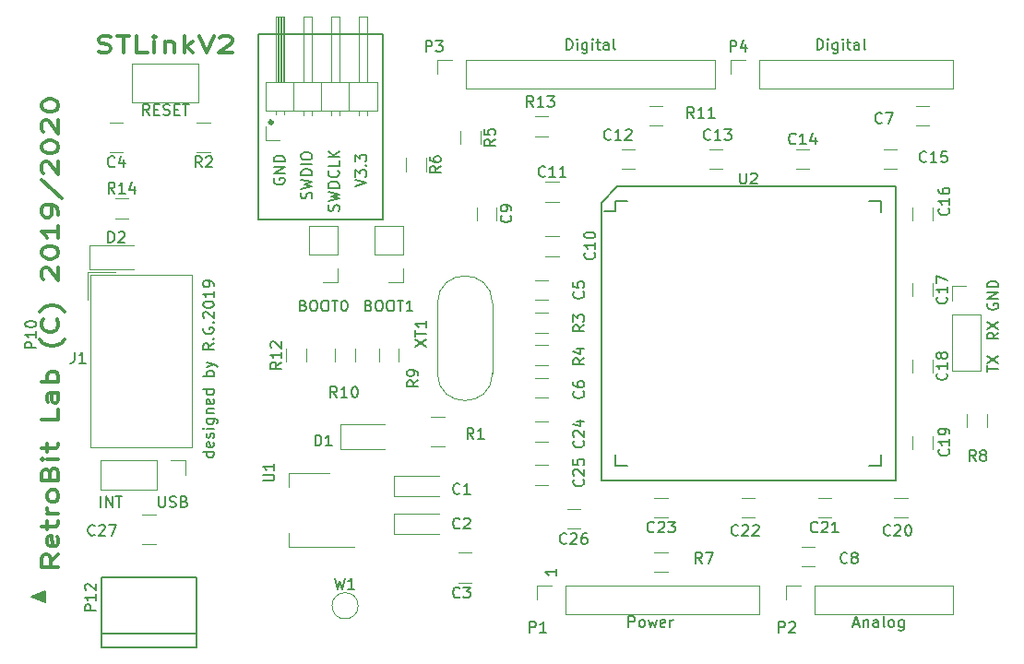
<source format=gto>
%TF.GenerationSoftware,KiCad,Pcbnew,5.1.9+dfsg1-1~bpo10+1*%
%TF.CreationDate,2021-03-22T18:02:22+01:00*%
%TF.ProjectId,stduinof429,73746475-696e-46f6-9634-32392e6b6963,rev?*%
%TF.SameCoordinates,Original*%
%TF.FileFunction,Legend,Top*%
%TF.FilePolarity,Positive*%
%FSLAX46Y46*%
G04 Gerber Fmt 4.6, Leading zero omitted, Abs format (unit mm)*
G04 Created by KiCad (PCBNEW 5.1.9+dfsg1-1~bpo10+1) date 2021-03-22 18:02:22*
%MOMM*%
%LPD*%
G01*
G04 APERTURE LIST*
%ADD10C,0.150000*%
%ADD11C,0.300000*%
%ADD12C,0.350000*%
%ADD13C,0.200000*%
%ADD14C,0.120000*%
G04 APERTURE END LIST*
D10*
X144998000Y-85865000D02*
X170498000Y-85865000D01*
X143498000Y-87365000D02*
X144998000Y-85865000D01*
X143498000Y-112865000D02*
X143498000Y-87365000D01*
X170498000Y-85865000D02*
X170498000Y-112865000D01*
X170498000Y-112865000D02*
X143498000Y-112865000D01*
X123498000Y-71865000D02*
X111998000Y-71865000D01*
X123498000Y-88865000D02*
X123498000Y-71865000D01*
X111998000Y-88865000D02*
X123498000Y-88865000D01*
X111998000Y-71865000D02*
X111998000Y-88865000D01*
X97569428Y-115317380D02*
X97569428Y-114317380D01*
X98045619Y-115317380D02*
X98045619Y-114317380D01*
X98617047Y-115317380D01*
X98617047Y-114317380D01*
X98950380Y-114317380D02*
X99521809Y-114317380D01*
X99236095Y-115317380D02*
X99236095Y-114317380D01*
X102902761Y-114317380D02*
X102902761Y-115126904D01*
X102950380Y-115222142D01*
X102998000Y-115269761D01*
X103093238Y-115317380D01*
X103283714Y-115317380D01*
X103378952Y-115269761D01*
X103426571Y-115222142D01*
X103474190Y-115126904D01*
X103474190Y-114317380D01*
X103902761Y-115269761D02*
X104045619Y-115317380D01*
X104283714Y-115317380D01*
X104378952Y-115269761D01*
X104426571Y-115222142D01*
X104474190Y-115126904D01*
X104474190Y-115031666D01*
X104426571Y-114936428D01*
X104378952Y-114888809D01*
X104283714Y-114841190D01*
X104093238Y-114793571D01*
X103998000Y-114745952D01*
X103950380Y-114698333D01*
X103902761Y-114603095D01*
X103902761Y-114507857D01*
X103950380Y-114412619D01*
X103998000Y-114365000D01*
X104093238Y-114317380D01*
X104331333Y-114317380D01*
X104474190Y-114365000D01*
X105236095Y-114793571D02*
X105378952Y-114841190D01*
X105426571Y-114888809D01*
X105474190Y-114984047D01*
X105474190Y-115126904D01*
X105426571Y-115222142D01*
X105378952Y-115269761D01*
X105283714Y-115317380D01*
X104902761Y-115317380D01*
X104902761Y-114317380D01*
X105236095Y-114317380D01*
X105331333Y-114365000D01*
X105378952Y-114412619D01*
X105426571Y-114507857D01*
X105426571Y-114603095D01*
X105378952Y-114698333D01*
X105331333Y-114745952D01*
X105236095Y-114793571D01*
X104902761Y-114793571D01*
D11*
X93676571Y-119650714D02*
X92962285Y-120317380D01*
X93676571Y-120793571D02*
X92176571Y-120793571D01*
X92176571Y-120031666D01*
X92248000Y-119841190D01*
X92319428Y-119745952D01*
X92462285Y-119650714D01*
X92676571Y-119650714D01*
X92819428Y-119745952D01*
X92890857Y-119841190D01*
X92962285Y-120031666D01*
X92962285Y-120793571D01*
X93605142Y-118031666D02*
X93676571Y-118222142D01*
X93676571Y-118603095D01*
X93605142Y-118793571D01*
X93462285Y-118888809D01*
X92890857Y-118888809D01*
X92748000Y-118793571D01*
X92676571Y-118603095D01*
X92676571Y-118222142D01*
X92748000Y-118031666D01*
X92890857Y-117936428D01*
X93033714Y-117936428D01*
X93176571Y-118888809D01*
X92676571Y-117365000D02*
X92676571Y-116603095D01*
X92176571Y-117079285D02*
X93462285Y-117079285D01*
X93605142Y-116984047D01*
X93676571Y-116793571D01*
X93676571Y-116603095D01*
X93676571Y-115936428D02*
X92676571Y-115936428D01*
X92962285Y-115936428D02*
X92819428Y-115841190D01*
X92748000Y-115745952D01*
X92676571Y-115555476D01*
X92676571Y-115365000D01*
X93676571Y-114412619D02*
X93605142Y-114603095D01*
X93533714Y-114698333D01*
X93390857Y-114793571D01*
X92962285Y-114793571D01*
X92819428Y-114698333D01*
X92748000Y-114603095D01*
X92676571Y-114412619D01*
X92676571Y-114126904D01*
X92748000Y-113936428D01*
X92819428Y-113841190D01*
X92962285Y-113745952D01*
X93390857Y-113745952D01*
X93533714Y-113841190D01*
X93605142Y-113936428D01*
X93676571Y-114126904D01*
X93676571Y-114412619D01*
X92890857Y-112222142D02*
X92962285Y-111936428D01*
X93033714Y-111841190D01*
X93176571Y-111745952D01*
X93390857Y-111745952D01*
X93533714Y-111841190D01*
X93605142Y-111936428D01*
X93676571Y-112126904D01*
X93676571Y-112888809D01*
X92176571Y-112888809D01*
X92176571Y-112222142D01*
X92248000Y-112031666D01*
X92319428Y-111936428D01*
X92462285Y-111841190D01*
X92605142Y-111841190D01*
X92748000Y-111936428D01*
X92819428Y-112031666D01*
X92890857Y-112222142D01*
X92890857Y-112888809D01*
X93676571Y-110888809D02*
X92676571Y-110888809D01*
X92176571Y-110888809D02*
X92248000Y-110984047D01*
X92319428Y-110888809D01*
X92248000Y-110793571D01*
X92176571Y-110888809D01*
X92319428Y-110888809D01*
X92676571Y-110222142D02*
X92676571Y-109460238D01*
X92176571Y-109936428D02*
X93462285Y-109936428D01*
X93605142Y-109841190D01*
X93676571Y-109650714D01*
X93676571Y-109460238D01*
X93676571Y-106317380D02*
X93676571Y-107269761D01*
X92176571Y-107269761D01*
X93676571Y-104793571D02*
X92890857Y-104793571D01*
X92748000Y-104888809D01*
X92676571Y-105079285D01*
X92676571Y-105460238D01*
X92748000Y-105650714D01*
X93605142Y-104793571D02*
X93676571Y-104984047D01*
X93676571Y-105460238D01*
X93605142Y-105650714D01*
X93462285Y-105745952D01*
X93319428Y-105745952D01*
X93176571Y-105650714D01*
X93105142Y-105460238D01*
X93105142Y-104984047D01*
X93033714Y-104793571D01*
X93676571Y-103841190D02*
X92176571Y-103841190D01*
X92748000Y-103841190D02*
X92676571Y-103650714D01*
X92676571Y-103269761D01*
X92748000Y-103079285D01*
X92819428Y-102984047D01*
X92962285Y-102888809D01*
X93390857Y-102888809D01*
X93533714Y-102984047D01*
X93605142Y-103079285D01*
X93676571Y-103269761D01*
X93676571Y-103650714D01*
X93605142Y-103841190D01*
X94248000Y-99936428D02*
X94176571Y-100031666D01*
X93962285Y-100222142D01*
X93819428Y-100317380D01*
X93605142Y-100412619D01*
X93248000Y-100507857D01*
X92962285Y-100507857D01*
X92605142Y-100412619D01*
X92390857Y-100317380D01*
X92248000Y-100222142D01*
X92033714Y-100031666D01*
X91962285Y-99936428D01*
X93533714Y-98031666D02*
X93605142Y-98126904D01*
X93676571Y-98412619D01*
X93676571Y-98603095D01*
X93605142Y-98888809D01*
X93462285Y-99079285D01*
X93319428Y-99174523D01*
X93033714Y-99269761D01*
X92819428Y-99269761D01*
X92533714Y-99174523D01*
X92390857Y-99079285D01*
X92248000Y-98888809D01*
X92176571Y-98603095D01*
X92176571Y-98412619D01*
X92248000Y-98126904D01*
X92319428Y-98031666D01*
X94248000Y-97365000D02*
X94176571Y-97269761D01*
X93962285Y-97079285D01*
X93819428Y-96984047D01*
X93605142Y-96888809D01*
X93248000Y-96793571D01*
X92962285Y-96793571D01*
X92605142Y-96888809D01*
X92390857Y-96984047D01*
X92248000Y-97079285D01*
X92033714Y-97269761D01*
X91962285Y-97365000D01*
X92319428Y-94412619D02*
X92248000Y-94317380D01*
X92176571Y-94126904D01*
X92176571Y-93650714D01*
X92248000Y-93460238D01*
X92319428Y-93365000D01*
X92462285Y-93269761D01*
X92605142Y-93269761D01*
X92819428Y-93365000D01*
X93676571Y-94507857D01*
X93676571Y-93269761D01*
X92176571Y-92031666D02*
X92176571Y-91841190D01*
X92248000Y-91650714D01*
X92319428Y-91555476D01*
X92462285Y-91460238D01*
X92748000Y-91365000D01*
X93105142Y-91365000D01*
X93390857Y-91460238D01*
X93533714Y-91555476D01*
X93605142Y-91650714D01*
X93676571Y-91841190D01*
X93676571Y-92031666D01*
X93605142Y-92222142D01*
X93533714Y-92317380D01*
X93390857Y-92412619D01*
X93105142Y-92507857D01*
X92748000Y-92507857D01*
X92462285Y-92412619D01*
X92319428Y-92317380D01*
X92248000Y-92222142D01*
X92176571Y-92031666D01*
X93676571Y-89460238D02*
X93676571Y-90603095D01*
X93676571Y-90031666D02*
X92176571Y-90031666D01*
X92390857Y-90222142D01*
X92533714Y-90412619D01*
X92605142Y-90603095D01*
X93676571Y-88507857D02*
X93676571Y-88126904D01*
X93605142Y-87936428D01*
X93533714Y-87841190D01*
X93319428Y-87650714D01*
X93033714Y-87555476D01*
X92462285Y-87555476D01*
X92319428Y-87650714D01*
X92248000Y-87745952D01*
X92176571Y-87936428D01*
X92176571Y-88317380D01*
X92248000Y-88507857D01*
X92319428Y-88603095D01*
X92462285Y-88698333D01*
X92819428Y-88698333D01*
X92962285Y-88603095D01*
X93033714Y-88507857D01*
X93105142Y-88317380D01*
X93105142Y-87936428D01*
X93033714Y-87745952D01*
X92962285Y-87650714D01*
X92819428Y-87555476D01*
X92105142Y-85269761D02*
X94033714Y-86984047D01*
X92319428Y-84698333D02*
X92248000Y-84603095D01*
X92176571Y-84412619D01*
X92176571Y-83936428D01*
X92248000Y-83745952D01*
X92319428Y-83650714D01*
X92462285Y-83555476D01*
X92605142Y-83555476D01*
X92819428Y-83650714D01*
X93676571Y-84793571D01*
X93676571Y-83555476D01*
X92176571Y-82317380D02*
X92176571Y-82126904D01*
X92248000Y-81936428D01*
X92319428Y-81841190D01*
X92462285Y-81745952D01*
X92748000Y-81650714D01*
X93105142Y-81650714D01*
X93390857Y-81745952D01*
X93533714Y-81841190D01*
X93605142Y-81936428D01*
X93676571Y-82126904D01*
X93676571Y-82317380D01*
X93605142Y-82507857D01*
X93533714Y-82603095D01*
X93390857Y-82698333D01*
X93105142Y-82793571D01*
X92748000Y-82793571D01*
X92462285Y-82698333D01*
X92319428Y-82603095D01*
X92248000Y-82507857D01*
X92176571Y-82317380D01*
X92319428Y-80888809D02*
X92248000Y-80793571D01*
X92176571Y-80603095D01*
X92176571Y-80126904D01*
X92248000Y-79936428D01*
X92319428Y-79841190D01*
X92462285Y-79745952D01*
X92605142Y-79745952D01*
X92819428Y-79841190D01*
X93676571Y-80984047D01*
X93676571Y-79745952D01*
X92176571Y-78507857D02*
X92176571Y-78317380D01*
X92248000Y-78126904D01*
X92319428Y-78031666D01*
X92462285Y-77936428D01*
X92748000Y-77841190D01*
X93105142Y-77841190D01*
X93390857Y-77936428D01*
X93533714Y-78031666D01*
X93605142Y-78126904D01*
X93676571Y-78317380D01*
X93676571Y-78507857D01*
X93605142Y-78698333D01*
X93533714Y-78793571D01*
X93390857Y-78888809D01*
X93105142Y-78984047D01*
X92748000Y-78984047D01*
X92462285Y-78888809D01*
X92319428Y-78793571D01*
X92248000Y-78698333D01*
X92176571Y-78507857D01*
D12*
X97355142Y-73472142D02*
X97640857Y-73543571D01*
X98117047Y-73543571D01*
X98307523Y-73472142D01*
X98402761Y-73400714D01*
X98498000Y-73257857D01*
X98498000Y-73115000D01*
X98402761Y-72972142D01*
X98307523Y-72900714D01*
X98117047Y-72829285D01*
X97736095Y-72757857D01*
X97545619Y-72686428D01*
X97450380Y-72615000D01*
X97355142Y-72472142D01*
X97355142Y-72329285D01*
X97450380Y-72186428D01*
X97545619Y-72115000D01*
X97736095Y-72043571D01*
X98212285Y-72043571D01*
X98498000Y-72115000D01*
X99069428Y-72043571D02*
X100212285Y-72043571D01*
X99640857Y-73543571D02*
X99640857Y-72043571D01*
X101831333Y-73543571D02*
X100878952Y-73543571D01*
X100878952Y-72043571D01*
X102498000Y-73543571D02*
X102498000Y-72543571D01*
X102498000Y-72043571D02*
X102402761Y-72115000D01*
X102498000Y-72186428D01*
X102593238Y-72115000D01*
X102498000Y-72043571D01*
X102498000Y-72186428D01*
X103450380Y-72543571D02*
X103450380Y-73543571D01*
X103450380Y-72686428D02*
X103545619Y-72615000D01*
X103736095Y-72543571D01*
X104021809Y-72543571D01*
X104212285Y-72615000D01*
X104307523Y-72757857D01*
X104307523Y-73543571D01*
X105259904Y-73543571D02*
X105259904Y-72043571D01*
X105450380Y-72972142D02*
X106021809Y-73543571D01*
X106021809Y-72543571D02*
X105259904Y-73115000D01*
X106593238Y-72043571D02*
X107259904Y-73543571D01*
X107926571Y-72043571D01*
X108498000Y-72186428D02*
X108593238Y-72115000D01*
X108783714Y-72043571D01*
X109259904Y-72043571D01*
X109450380Y-72115000D01*
X109545619Y-72186428D01*
X109640857Y-72329285D01*
X109640857Y-72472142D01*
X109545619Y-72686428D01*
X108402761Y-73543571D01*
X109640857Y-73543571D01*
D13*
X107950380Y-110234047D02*
X106950380Y-110234047D01*
X107902761Y-110234047D02*
X107950380Y-110329285D01*
X107950380Y-110519761D01*
X107902761Y-110615000D01*
X107855142Y-110662619D01*
X107759904Y-110710238D01*
X107474190Y-110710238D01*
X107378952Y-110662619D01*
X107331333Y-110615000D01*
X107283714Y-110519761D01*
X107283714Y-110329285D01*
X107331333Y-110234047D01*
X107902761Y-109376904D02*
X107950380Y-109472142D01*
X107950380Y-109662619D01*
X107902761Y-109757857D01*
X107807523Y-109805476D01*
X107426571Y-109805476D01*
X107331333Y-109757857D01*
X107283714Y-109662619D01*
X107283714Y-109472142D01*
X107331333Y-109376904D01*
X107426571Y-109329285D01*
X107521809Y-109329285D01*
X107617047Y-109805476D01*
X107902761Y-108948333D02*
X107950380Y-108853095D01*
X107950380Y-108662619D01*
X107902761Y-108567380D01*
X107807523Y-108519761D01*
X107759904Y-108519761D01*
X107664666Y-108567380D01*
X107617047Y-108662619D01*
X107617047Y-108805476D01*
X107569428Y-108900714D01*
X107474190Y-108948333D01*
X107426571Y-108948333D01*
X107331333Y-108900714D01*
X107283714Y-108805476D01*
X107283714Y-108662619D01*
X107331333Y-108567380D01*
X107950380Y-108091190D02*
X107283714Y-108091190D01*
X106950380Y-108091190D02*
X106998000Y-108138809D01*
X107045619Y-108091190D01*
X106998000Y-108043571D01*
X106950380Y-108091190D01*
X107045619Y-108091190D01*
X107283714Y-107186428D02*
X108093238Y-107186428D01*
X108188476Y-107234047D01*
X108236095Y-107281666D01*
X108283714Y-107376904D01*
X108283714Y-107519761D01*
X108236095Y-107615000D01*
X107902761Y-107186428D02*
X107950380Y-107281666D01*
X107950380Y-107472142D01*
X107902761Y-107567380D01*
X107855142Y-107615000D01*
X107759904Y-107662619D01*
X107474190Y-107662619D01*
X107378952Y-107615000D01*
X107331333Y-107567380D01*
X107283714Y-107472142D01*
X107283714Y-107281666D01*
X107331333Y-107186428D01*
X107283714Y-106710238D02*
X107950380Y-106710238D01*
X107378952Y-106710238D02*
X107331333Y-106662619D01*
X107283714Y-106567380D01*
X107283714Y-106424523D01*
X107331333Y-106329285D01*
X107426571Y-106281666D01*
X107950380Y-106281666D01*
X107902761Y-105424523D02*
X107950380Y-105519761D01*
X107950380Y-105710238D01*
X107902761Y-105805476D01*
X107807523Y-105853095D01*
X107426571Y-105853095D01*
X107331333Y-105805476D01*
X107283714Y-105710238D01*
X107283714Y-105519761D01*
X107331333Y-105424523D01*
X107426571Y-105376904D01*
X107521809Y-105376904D01*
X107617047Y-105853095D01*
X107950380Y-104519761D02*
X106950380Y-104519761D01*
X107902761Y-104519761D02*
X107950380Y-104615000D01*
X107950380Y-104805476D01*
X107902761Y-104900714D01*
X107855142Y-104948333D01*
X107759904Y-104995952D01*
X107474190Y-104995952D01*
X107378952Y-104948333D01*
X107331333Y-104900714D01*
X107283714Y-104805476D01*
X107283714Y-104615000D01*
X107331333Y-104519761D01*
X107950380Y-103281666D02*
X106950380Y-103281666D01*
X107331333Y-103281666D02*
X107283714Y-103186428D01*
X107283714Y-102995952D01*
X107331333Y-102900714D01*
X107378952Y-102853095D01*
X107474190Y-102805476D01*
X107759904Y-102805476D01*
X107855142Y-102853095D01*
X107902761Y-102900714D01*
X107950380Y-102995952D01*
X107950380Y-103186428D01*
X107902761Y-103281666D01*
X107283714Y-102472142D02*
X107950380Y-102234047D01*
X107283714Y-101995952D02*
X107950380Y-102234047D01*
X108188476Y-102329285D01*
X108236095Y-102376904D01*
X108283714Y-102472142D01*
X107950380Y-100281666D02*
X107474190Y-100615000D01*
X107950380Y-100853095D02*
X106950380Y-100853095D01*
X106950380Y-100472142D01*
X106998000Y-100376904D01*
X107045619Y-100329285D01*
X107140857Y-100281666D01*
X107283714Y-100281666D01*
X107378952Y-100329285D01*
X107426571Y-100376904D01*
X107474190Y-100472142D01*
X107474190Y-100853095D01*
X107855142Y-99853095D02*
X107902761Y-99805476D01*
X107950380Y-99853095D01*
X107902761Y-99900714D01*
X107855142Y-99853095D01*
X107950380Y-99853095D01*
X106998000Y-98853095D02*
X106950380Y-98948333D01*
X106950380Y-99091190D01*
X106998000Y-99234047D01*
X107093238Y-99329285D01*
X107188476Y-99376904D01*
X107378952Y-99424523D01*
X107521809Y-99424523D01*
X107712285Y-99376904D01*
X107807523Y-99329285D01*
X107902761Y-99234047D01*
X107950380Y-99091190D01*
X107950380Y-98995952D01*
X107902761Y-98853095D01*
X107855142Y-98805476D01*
X107521809Y-98805476D01*
X107521809Y-98995952D01*
X107855142Y-98376904D02*
X107902761Y-98329285D01*
X107950380Y-98376904D01*
X107902761Y-98424523D01*
X107855142Y-98376904D01*
X107950380Y-98376904D01*
X107045619Y-97948333D02*
X106998000Y-97900714D01*
X106950380Y-97805476D01*
X106950380Y-97567380D01*
X106998000Y-97472142D01*
X107045619Y-97424523D01*
X107140857Y-97376904D01*
X107236095Y-97376904D01*
X107378952Y-97424523D01*
X107950380Y-97995952D01*
X107950380Y-97376904D01*
X106950380Y-96757857D02*
X106950380Y-96662619D01*
X106998000Y-96567380D01*
X107045619Y-96519761D01*
X107140857Y-96472142D01*
X107331333Y-96424523D01*
X107569428Y-96424523D01*
X107759904Y-96472142D01*
X107855142Y-96519761D01*
X107902761Y-96567380D01*
X107950380Y-96662619D01*
X107950380Y-96757857D01*
X107902761Y-96853095D01*
X107855142Y-96900714D01*
X107759904Y-96948333D01*
X107569428Y-96995952D01*
X107331333Y-96995952D01*
X107140857Y-96948333D01*
X107045619Y-96900714D01*
X106998000Y-96853095D01*
X106950380Y-96757857D01*
X107950380Y-95472142D02*
X107950380Y-96043571D01*
X107950380Y-95757857D02*
X106950380Y-95757857D01*
X107093238Y-95853095D01*
X107188476Y-95948333D01*
X107236095Y-96043571D01*
X107950380Y-94995952D02*
X107950380Y-94805476D01*
X107902761Y-94710238D01*
X107855142Y-94662619D01*
X107712285Y-94567380D01*
X107521809Y-94519761D01*
X107140857Y-94519761D01*
X107045619Y-94567380D01*
X106998000Y-94615000D01*
X106950380Y-94710238D01*
X106950380Y-94900714D01*
X106998000Y-94995952D01*
X107045619Y-95043571D01*
X107140857Y-95091190D01*
X107378952Y-95091190D01*
X107474190Y-95043571D01*
X107521809Y-94995952D01*
X107569428Y-94900714D01*
X107569428Y-94710238D01*
X107521809Y-94615000D01*
X107474190Y-94567380D01*
X107378952Y-94519761D01*
X178998000Y-96626904D02*
X178950380Y-96722142D01*
X178950380Y-96865000D01*
X178998000Y-97007857D01*
X179093238Y-97103095D01*
X179188476Y-97150714D01*
X179378952Y-97198333D01*
X179521809Y-97198333D01*
X179712285Y-97150714D01*
X179807523Y-97103095D01*
X179902761Y-97007857D01*
X179950380Y-96865000D01*
X179950380Y-96769761D01*
X179902761Y-96626904D01*
X179855142Y-96579285D01*
X179521809Y-96579285D01*
X179521809Y-96769761D01*
X179950380Y-96150714D02*
X178950380Y-96150714D01*
X179950380Y-95579285D01*
X178950380Y-95579285D01*
X179950380Y-95103095D02*
X178950380Y-95103095D01*
X178950380Y-94865000D01*
X178998000Y-94722142D01*
X179093238Y-94626904D01*
X179188476Y-94579285D01*
X179378952Y-94531666D01*
X179521809Y-94531666D01*
X179712285Y-94579285D01*
X179807523Y-94626904D01*
X179902761Y-94722142D01*
X179950380Y-94865000D01*
X179950380Y-95103095D01*
X179950380Y-99281666D02*
X179474190Y-99615000D01*
X179950380Y-99853095D02*
X178950380Y-99853095D01*
X178950380Y-99472142D01*
X178998000Y-99376904D01*
X179045619Y-99329285D01*
X179140857Y-99281666D01*
X179283714Y-99281666D01*
X179378952Y-99329285D01*
X179426571Y-99376904D01*
X179474190Y-99472142D01*
X179474190Y-99853095D01*
X178950380Y-98948333D02*
X179950380Y-98281666D01*
X178950380Y-98281666D02*
X179950380Y-98948333D01*
X178950380Y-102876904D02*
X178950380Y-102305476D01*
X179950380Y-102591190D02*
X178950380Y-102591190D01*
X178950380Y-102067380D02*
X179950380Y-101400714D01*
X178950380Y-101400714D02*
X179950380Y-102067380D01*
X120950380Y-85888809D02*
X121950380Y-85555476D01*
X120950380Y-85222142D01*
X120950380Y-84984047D02*
X120950380Y-84365000D01*
X121331333Y-84698333D01*
X121331333Y-84555476D01*
X121378952Y-84460238D01*
X121426571Y-84412619D01*
X121521809Y-84365000D01*
X121759904Y-84365000D01*
X121855142Y-84412619D01*
X121902761Y-84460238D01*
X121950380Y-84555476D01*
X121950380Y-84841190D01*
X121902761Y-84936428D01*
X121855142Y-84984047D01*
X121855142Y-83936428D02*
X121902761Y-83888809D01*
X121950380Y-83936428D01*
X121902761Y-83984047D01*
X121855142Y-83936428D01*
X121950380Y-83936428D01*
X120950380Y-83555476D02*
X120950380Y-82936428D01*
X121331333Y-83269761D01*
X121331333Y-83126904D01*
X121378952Y-83031666D01*
X121426571Y-82984047D01*
X121521809Y-82936428D01*
X121759904Y-82936428D01*
X121855142Y-82984047D01*
X121902761Y-83031666D01*
X121950380Y-83126904D01*
X121950380Y-83412619D01*
X121902761Y-83507857D01*
X121855142Y-83555476D01*
X119402761Y-88126904D02*
X119450380Y-87984047D01*
X119450380Y-87745952D01*
X119402761Y-87650714D01*
X119355142Y-87603095D01*
X119259904Y-87555476D01*
X119164666Y-87555476D01*
X119069428Y-87603095D01*
X119021809Y-87650714D01*
X118974190Y-87745952D01*
X118926571Y-87936428D01*
X118878952Y-88031666D01*
X118831333Y-88079285D01*
X118736095Y-88126904D01*
X118640857Y-88126904D01*
X118545619Y-88079285D01*
X118498000Y-88031666D01*
X118450380Y-87936428D01*
X118450380Y-87698333D01*
X118498000Y-87555476D01*
X118450380Y-87222142D02*
X119450380Y-86984047D01*
X118736095Y-86793571D01*
X119450380Y-86603095D01*
X118450380Y-86365000D01*
X119450380Y-85984047D02*
X118450380Y-85984047D01*
X118450380Y-85745952D01*
X118498000Y-85603095D01*
X118593238Y-85507857D01*
X118688476Y-85460238D01*
X118878952Y-85412619D01*
X119021809Y-85412619D01*
X119212285Y-85460238D01*
X119307523Y-85507857D01*
X119402761Y-85603095D01*
X119450380Y-85745952D01*
X119450380Y-85984047D01*
X119355142Y-84412619D02*
X119402761Y-84460238D01*
X119450380Y-84603095D01*
X119450380Y-84698333D01*
X119402761Y-84841190D01*
X119307523Y-84936428D01*
X119212285Y-84984047D01*
X119021809Y-85031666D01*
X118878952Y-85031666D01*
X118688476Y-84984047D01*
X118593238Y-84936428D01*
X118498000Y-84841190D01*
X118450380Y-84698333D01*
X118450380Y-84603095D01*
X118498000Y-84460238D01*
X118545619Y-84412619D01*
X119450380Y-83507857D02*
X119450380Y-83984047D01*
X118450380Y-83984047D01*
X119450380Y-83174523D02*
X118450380Y-83174523D01*
X119450380Y-82603095D02*
X118878952Y-83031666D01*
X118450380Y-82603095D02*
X119021809Y-83174523D01*
X116902761Y-86984047D02*
X116950380Y-86841190D01*
X116950380Y-86603095D01*
X116902761Y-86507857D01*
X116855142Y-86460238D01*
X116759904Y-86412619D01*
X116664666Y-86412619D01*
X116569428Y-86460238D01*
X116521809Y-86507857D01*
X116474190Y-86603095D01*
X116426571Y-86793571D01*
X116378952Y-86888809D01*
X116331333Y-86936428D01*
X116236095Y-86984047D01*
X116140857Y-86984047D01*
X116045619Y-86936428D01*
X115998000Y-86888809D01*
X115950380Y-86793571D01*
X115950380Y-86555476D01*
X115998000Y-86412619D01*
X115950380Y-86079285D02*
X116950380Y-85841190D01*
X116236095Y-85650714D01*
X116950380Y-85460238D01*
X115950380Y-85222142D01*
X116950380Y-84841190D02*
X115950380Y-84841190D01*
X115950380Y-84603095D01*
X115998000Y-84460238D01*
X116093238Y-84365000D01*
X116188476Y-84317380D01*
X116378952Y-84269761D01*
X116521809Y-84269761D01*
X116712285Y-84317380D01*
X116807523Y-84365000D01*
X116902761Y-84460238D01*
X116950380Y-84603095D01*
X116950380Y-84841190D01*
X116950380Y-83841190D02*
X115950380Y-83841190D01*
X115950380Y-83174523D02*
X115950380Y-82984047D01*
X115998000Y-82888809D01*
X116093238Y-82793571D01*
X116283714Y-82745952D01*
X116617047Y-82745952D01*
X116807523Y-82793571D01*
X116902761Y-82888809D01*
X116950380Y-82984047D01*
X116950380Y-83174523D01*
X116902761Y-83269761D01*
X116807523Y-83365000D01*
X116617047Y-83412619D01*
X116283714Y-83412619D01*
X116093238Y-83365000D01*
X115998000Y-83269761D01*
X115950380Y-83174523D01*
X113498000Y-85126904D02*
X113450380Y-85222142D01*
X113450380Y-85365000D01*
X113498000Y-85507857D01*
X113593238Y-85603095D01*
X113688476Y-85650714D01*
X113878952Y-85698333D01*
X114021809Y-85698333D01*
X114212285Y-85650714D01*
X114307523Y-85603095D01*
X114402761Y-85507857D01*
X114450380Y-85365000D01*
X114450380Y-85269761D01*
X114402761Y-85126904D01*
X114355142Y-85079285D01*
X114021809Y-85079285D01*
X114021809Y-85269761D01*
X114450380Y-84650714D02*
X113450380Y-84650714D01*
X114450380Y-84079285D01*
X113450380Y-84079285D01*
X114450380Y-83603095D02*
X113450380Y-83603095D01*
X113450380Y-83365000D01*
X113498000Y-83222142D01*
X113593238Y-83126904D01*
X113688476Y-83079285D01*
X113878952Y-83031666D01*
X114021809Y-83031666D01*
X114212285Y-83079285D01*
X114307523Y-83126904D01*
X114402761Y-83222142D01*
X114450380Y-83365000D01*
X114450380Y-83603095D01*
D11*
X113345648Y-79965000D02*
G75*
G03*
X113345648Y-79965000I-147648J0D01*
G01*
D13*
X102045619Y-79317380D02*
X101712285Y-78841190D01*
X101474190Y-79317380D02*
X101474190Y-78317380D01*
X101855142Y-78317380D01*
X101950380Y-78365000D01*
X101998000Y-78412619D01*
X102045619Y-78507857D01*
X102045619Y-78650714D01*
X101998000Y-78745952D01*
X101950380Y-78793571D01*
X101855142Y-78841190D01*
X101474190Y-78841190D01*
X102474190Y-78793571D02*
X102807523Y-78793571D01*
X102950380Y-79317380D02*
X102474190Y-79317380D01*
X102474190Y-78317380D01*
X102950380Y-78317380D01*
X103331333Y-79269761D02*
X103474190Y-79317380D01*
X103712285Y-79317380D01*
X103807523Y-79269761D01*
X103855142Y-79222142D01*
X103902761Y-79126904D01*
X103902761Y-79031666D01*
X103855142Y-78936428D01*
X103807523Y-78888809D01*
X103712285Y-78841190D01*
X103521809Y-78793571D01*
X103426571Y-78745952D01*
X103378952Y-78698333D01*
X103331333Y-78603095D01*
X103331333Y-78507857D01*
X103378952Y-78412619D01*
X103426571Y-78365000D01*
X103521809Y-78317380D01*
X103759904Y-78317380D01*
X103902761Y-78365000D01*
X104331333Y-78793571D02*
X104664666Y-78793571D01*
X104807523Y-79317380D02*
X104331333Y-79317380D01*
X104331333Y-78317380D01*
X104807523Y-78317380D01*
X105093238Y-78317380D02*
X105664666Y-78317380D01*
X105378952Y-79317380D02*
X105378952Y-78317380D01*
X122164666Y-96793571D02*
X122307523Y-96841190D01*
X122355142Y-96888809D01*
X122402761Y-96984047D01*
X122402761Y-97126904D01*
X122355142Y-97222142D01*
X122307523Y-97269761D01*
X122212285Y-97317380D01*
X121831333Y-97317380D01*
X121831333Y-96317380D01*
X122164666Y-96317380D01*
X122259904Y-96365000D01*
X122307523Y-96412619D01*
X122355142Y-96507857D01*
X122355142Y-96603095D01*
X122307523Y-96698333D01*
X122259904Y-96745952D01*
X122164666Y-96793571D01*
X121831333Y-96793571D01*
X123021809Y-96317380D02*
X123212285Y-96317380D01*
X123307523Y-96365000D01*
X123402761Y-96460238D01*
X123450380Y-96650714D01*
X123450380Y-96984047D01*
X123402761Y-97174523D01*
X123307523Y-97269761D01*
X123212285Y-97317380D01*
X123021809Y-97317380D01*
X122926571Y-97269761D01*
X122831333Y-97174523D01*
X122783714Y-96984047D01*
X122783714Y-96650714D01*
X122831333Y-96460238D01*
X122926571Y-96365000D01*
X123021809Y-96317380D01*
X124069428Y-96317380D02*
X124259904Y-96317380D01*
X124355142Y-96365000D01*
X124450380Y-96460238D01*
X124498000Y-96650714D01*
X124498000Y-96984047D01*
X124450380Y-97174523D01*
X124355142Y-97269761D01*
X124259904Y-97317380D01*
X124069428Y-97317380D01*
X123974190Y-97269761D01*
X123878952Y-97174523D01*
X123831333Y-96984047D01*
X123831333Y-96650714D01*
X123878952Y-96460238D01*
X123974190Y-96365000D01*
X124069428Y-96317380D01*
X124783714Y-96317380D02*
X125355142Y-96317380D01*
X125069428Y-97317380D02*
X125069428Y-96317380D01*
X126212285Y-97317380D02*
X125640857Y-97317380D01*
X125926571Y-97317380D02*
X125926571Y-96317380D01*
X125831333Y-96460238D01*
X125736095Y-96555476D01*
X125640857Y-96603095D01*
X116164666Y-96793571D02*
X116307523Y-96841190D01*
X116355142Y-96888809D01*
X116402761Y-96984047D01*
X116402761Y-97126904D01*
X116355142Y-97222142D01*
X116307523Y-97269761D01*
X116212285Y-97317380D01*
X115831333Y-97317380D01*
X115831333Y-96317380D01*
X116164666Y-96317380D01*
X116259904Y-96365000D01*
X116307523Y-96412619D01*
X116355142Y-96507857D01*
X116355142Y-96603095D01*
X116307523Y-96698333D01*
X116259904Y-96745952D01*
X116164666Y-96793571D01*
X115831333Y-96793571D01*
X117021809Y-96317380D02*
X117212285Y-96317380D01*
X117307523Y-96365000D01*
X117402761Y-96460238D01*
X117450380Y-96650714D01*
X117450380Y-96984047D01*
X117402761Y-97174523D01*
X117307523Y-97269761D01*
X117212285Y-97317380D01*
X117021809Y-97317380D01*
X116926571Y-97269761D01*
X116831333Y-97174523D01*
X116783714Y-96984047D01*
X116783714Y-96650714D01*
X116831333Y-96460238D01*
X116926571Y-96365000D01*
X117021809Y-96317380D01*
X118069428Y-96317380D02*
X118259904Y-96317380D01*
X118355142Y-96365000D01*
X118450380Y-96460238D01*
X118498000Y-96650714D01*
X118498000Y-96984047D01*
X118450380Y-97174523D01*
X118355142Y-97269761D01*
X118259904Y-97317380D01*
X118069428Y-97317380D01*
X117974190Y-97269761D01*
X117878952Y-97174523D01*
X117831333Y-96984047D01*
X117831333Y-96650714D01*
X117878952Y-96460238D01*
X117974190Y-96365000D01*
X118069428Y-96317380D01*
X118783714Y-96317380D02*
X119355142Y-96317380D01*
X119069428Y-97317380D02*
X119069428Y-96317380D01*
X119878952Y-96317380D02*
X119974190Y-96317380D01*
X120069428Y-96365000D01*
X120117047Y-96412619D01*
X120164666Y-96507857D01*
X120212285Y-96698333D01*
X120212285Y-96936428D01*
X120164666Y-97126904D01*
X120117047Y-97222142D01*
X120069428Y-97269761D01*
X119974190Y-97317380D01*
X119878952Y-97317380D01*
X119783714Y-97269761D01*
X119736095Y-97222142D01*
X119688476Y-97126904D01*
X119640857Y-96936428D01*
X119640857Y-96698333D01*
X119688476Y-96507857D01*
X119736095Y-96412619D01*
X119783714Y-96365000D01*
X119878952Y-96317380D01*
X140307523Y-73317380D02*
X140307523Y-72317380D01*
X140545619Y-72317380D01*
X140688476Y-72365000D01*
X140783714Y-72460238D01*
X140831333Y-72555476D01*
X140878952Y-72745952D01*
X140878952Y-72888809D01*
X140831333Y-73079285D01*
X140783714Y-73174523D01*
X140688476Y-73269761D01*
X140545619Y-73317380D01*
X140307523Y-73317380D01*
X141307523Y-73317380D02*
X141307523Y-72650714D01*
X141307523Y-72317380D02*
X141259904Y-72365000D01*
X141307523Y-72412619D01*
X141355142Y-72365000D01*
X141307523Y-72317380D01*
X141307523Y-72412619D01*
X142212285Y-72650714D02*
X142212285Y-73460238D01*
X142164666Y-73555476D01*
X142117047Y-73603095D01*
X142021809Y-73650714D01*
X141878952Y-73650714D01*
X141783714Y-73603095D01*
X142212285Y-73269761D02*
X142117047Y-73317380D01*
X141926571Y-73317380D01*
X141831333Y-73269761D01*
X141783714Y-73222142D01*
X141736095Y-73126904D01*
X141736095Y-72841190D01*
X141783714Y-72745952D01*
X141831333Y-72698333D01*
X141926571Y-72650714D01*
X142117047Y-72650714D01*
X142212285Y-72698333D01*
X142688476Y-73317380D02*
X142688476Y-72650714D01*
X142688476Y-72317380D02*
X142640857Y-72365000D01*
X142688476Y-72412619D01*
X142736095Y-72365000D01*
X142688476Y-72317380D01*
X142688476Y-72412619D01*
X143021809Y-72650714D02*
X143402761Y-72650714D01*
X143164666Y-72317380D02*
X143164666Y-73174523D01*
X143212285Y-73269761D01*
X143307523Y-73317380D01*
X143402761Y-73317380D01*
X144164666Y-73317380D02*
X144164666Y-72793571D01*
X144117047Y-72698333D01*
X144021809Y-72650714D01*
X143831333Y-72650714D01*
X143736095Y-72698333D01*
X144164666Y-73269761D02*
X144069428Y-73317380D01*
X143831333Y-73317380D01*
X143736095Y-73269761D01*
X143688476Y-73174523D01*
X143688476Y-73079285D01*
X143736095Y-72984047D01*
X143831333Y-72936428D01*
X144069428Y-72936428D01*
X144164666Y-72888809D01*
X144783714Y-73317380D02*
X144688476Y-73269761D01*
X144640857Y-73174523D01*
X144640857Y-72317380D01*
X163307523Y-73317380D02*
X163307523Y-72317380D01*
X163545619Y-72317380D01*
X163688476Y-72365000D01*
X163783714Y-72460238D01*
X163831333Y-72555476D01*
X163878952Y-72745952D01*
X163878952Y-72888809D01*
X163831333Y-73079285D01*
X163783714Y-73174523D01*
X163688476Y-73269761D01*
X163545619Y-73317380D01*
X163307523Y-73317380D01*
X164307523Y-73317380D02*
X164307523Y-72650714D01*
X164307523Y-72317380D02*
X164259904Y-72365000D01*
X164307523Y-72412619D01*
X164355142Y-72365000D01*
X164307523Y-72317380D01*
X164307523Y-72412619D01*
X165212285Y-72650714D02*
X165212285Y-73460238D01*
X165164666Y-73555476D01*
X165117047Y-73603095D01*
X165021809Y-73650714D01*
X164878952Y-73650714D01*
X164783714Y-73603095D01*
X165212285Y-73269761D02*
X165117047Y-73317380D01*
X164926571Y-73317380D01*
X164831333Y-73269761D01*
X164783714Y-73222142D01*
X164736095Y-73126904D01*
X164736095Y-72841190D01*
X164783714Y-72745952D01*
X164831333Y-72698333D01*
X164926571Y-72650714D01*
X165117047Y-72650714D01*
X165212285Y-72698333D01*
X165688476Y-73317380D02*
X165688476Y-72650714D01*
X165688476Y-72317380D02*
X165640857Y-72365000D01*
X165688476Y-72412619D01*
X165736095Y-72365000D01*
X165688476Y-72317380D01*
X165688476Y-72412619D01*
X166021809Y-72650714D02*
X166402761Y-72650714D01*
X166164666Y-72317380D02*
X166164666Y-73174523D01*
X166212285Y-73269761D01*
X166307523Y-73317380D01*
X166402761Y-73317380D01*
X167164666Y-73317380D02*
X167164666Y-72793571D01*
X167117047Y-72698333D01*
X167021809Y-72650714D01*
X166831333Y-72650714D01*
X166736095Y-72698333D01*
X167164666Y-73269761D02*
X167069428Y-73317380D01*
X166831333Y-73317380D01*
X166736095Y-73269761D01*
X166688476Y-73174523D01*
X166688476Y-73079285D01*
X166736095Y-72984047D01*
X166831333Y-72936428D01*
X167069428Y-72936428D01*
X167164666Y-72888809D01*
X167783714Y-73317380D02*
X167688476Y-73269761D01*
X167640857Y-73174523D01*
X167640857Y-72317380D01*
X146021809Y-126317380D02*
X146021809Y-125317380D01*
X146402761Y-125317380D01*
X146498000Y-125365000D01*
X146545619Y-125412619D01*
X146593238Y-125507857D01*
X146593238Y-125650714D01*
X146545619Y-125745952D01*
X146498000Y-125793571D01*
X146402761Y-125841190D01*
X146021809Y-125841190D01*
X147164666Y-126317380D02*
X147069428Y-126269761D01*
X147021809Y-126222142D01*
X146974190Y-126126904D01*
X146974190Y-125841190D01*
X147021809Y-125745952D01*
X147069428Y-125698333D01*
X147164666Y-125650714D01*
X147307523Y-125650714D01*
X147402761Y-125698333D01*
X147450380Y-125745952D01*
X147498000Y-125841190D01*
X147498000Y-126126904D01*
X147450380Y-126222142D01*
X147402761Y-126269761D01*
X147307523Y-126317380D01*
X147164666Y-126317380D01*
X147831333Y-125650714D02*
X148021809Y-126317380D01*
X148212285Y-125841190D01*
X148402761Y-126317380D01*
X148593238Y-125650714D01*
X149355142Y-126269761D02*
X149259904Y-126317380D01*
X149069428Y-126317380D01*
X148974190Y-126269761D01*
X148926571Y-126174523D01*
X148926571Y-125793571D01*
X148974190Y-125698333D01*
X149069428Y-125650714D01*
X149259904Y-125650714D01*
X149355142Y-125698333D01*
X149402761Y-125793571D01*
X149402761Y-125888809D01*
X148926571Y-125984047D01*
X149831333Y-126317380D02*
X149831333Y-125650714D01*
X149831333Y-125841190D02*
X149878952Y-125745952D01*
X149926571Y-125698333D01*
X150021809Y-125650714D01*
X150117047Y-125650714D01*
X166688476Y-126031666D02*
X167164666Y-126031666D01*
X166593238Y-126317380D02*
X166926571Y-125317380D01*
X167259904Y-126317380D01*
X167593238Y-125650714D02*
X167593238Y-126317380D01*
X167593238Y-125745952D02*
X167640857Y-125698333D01*
X167736095Y-125650714D01*
X167878952Y-125650714D01*
X167974190Y-125698333D01*
X168021809Y-125793571D01*
X168021809Y-126317380D01*
X168926571Y-126317380D02*
X168926571Y-125793571D01*
X168878952Y-125698333D01*
X168783714Y-125650714D01*
X168593238Y-125650714D01*
X168498000Y-125698333D01*
X168926571Y-126269761D02*
X168831333Y-126317380D01*
X168593238Y-126317380D01*
X168498000Y-126269761D01*
X168450380Y-126174523D01*
X168450380Y-126079285D01*
X168498000Y-125984047D01*
X168593238Y-125936428D01*
X168831333Y-125936428D01*
X168926571Y-125888809D01*
X169545619Y-126317380D02*
X169450380Y-126269761D01*
X169402761Y-126174523D01*
X169402761Y-125317380D01*
X170069428Y-126317380D02*
X169974190Y-126269761D01*
X169926571Y-126222142D01*
X169878952Y-126126904D01*
X169878952Y-125841190D01*
X169926571Y-125745952D01*
X169974190Y-125698333D01*
X170069428Y-125650714D01*
X170212285Y-125650714D01*
X170307523Y-125698333D01*
X170355142Y-125745952D01*
X170402761Y-125841190D01*
X170402761Y-126126904D01*
X170355142Y-126222142D01*
X170307523Y-126269761D01*
X170212285Y-126317380D01*
X170069428Y-126317380D01*
X171259904Y-125650714D02*
X171259904Y-126460238D01*
X171212285Y-126555476D01*
X171164666Y-126603095D01*
X171069428Y-126650714D01*
X170926571Y-126650714D01*
X170831333Y-126603095D01*
X171259904Y-126269761D02*
X171164666Y-126317380D01*
X170974190Y-126317380D01*
X170878952Y-126269761D01*
X170831333Y-126222142D01*
X170783714Y-126126904D01*
X170783714Y-125841190D01*
X170831333Y-125745952D01*
X170878952Y-125698333D01*
X170974190Y-125650714D01*
X171164666Y-125650714D01*
X171259904Y-125698333D01*
D10*
X139390380Y-120999285D02*
X139390380Y-121570714D01*
X139390380Y-121285000D02*
X138390380Y-121285000D01*
X138533238Y-121380238D01*
X138628476Y-121475476D01*
X138676095Y-121570714D01*
X92329000Y-123114000D02*
X92329000Y-123876000D01*
X92329000Y-123876000D02*
X91440000Y-123495000D01*
X91440000Y-123495000D02*
X92329000Y-123114000D01*
X92329000Y-123114000D02*
X92202000Y-123749000D01*
X92202000Y-123749000D02*
X92202000Y-123241000D01*
X92202000Y-123241000D02*
X92075000Y-123749000D01*
X92075000Y-123749000D02*
X92075000Y-123241000D01*
X92075000Y-123241000D02*
X91948000Y-123622000D01*
X91948000Y-123622000D02*
X91948000Y-123368000D01*
X91948000Y-123368000D02*
X91821000Y-123622000D01*
X91821000Y-123622000D02*
X91821000Y-123368000D01*
X91821000Y-123368000D02*
X91694000Y-123495000D01*
X91186000Y-123495000D02*
X92456000Y-122987000D01*
X92456000Y-122987000D02*
X92456000Y-124003000D01*
X92456000Y-124003000D02*
X91186000Y-123495000D01*
D14*
X128473000Y-96605000D02*
X128473000Y-103005000D01*
X133523000Y-96605000D02*
X133523000Y-103005000D01*
X128473000Y-103005000D02*
G75*
G03*
X133523000Y-103005000I2525000J0D01*
G01*
X128473000Y-96605000D02*
G75*
G02*
X133523000Y-96605000I2525000J0D01*
G01*
X100438000Y-78175000D02*
X100438000Y-74555000D01*
X106558000Y-78175000D02*
X100438000Y-78175000D01*
X106558000Y-74555000D02*
X106558000Y-78175000D01*
X100438000Y-74555000D02*
X106558000Y-74555000D01*
D10*
X97647100Y-128182460D02*
X97647100Y-121777460D01*
X106347100Y-126952460D02*
X97647100Y-126952460D01*
X106347100Y-121777460D02*
X106347100Y-128182460D01*
X97647100Y-121777460D02*
X106347100Y-121777460D01*
X97647100Y-128182460D02*
X106347100Y-128182460D01*
D14*
X96343000Y-93765000D02*
X98883000Y-93765000D01*
X96343000Y-93765000D02*
X96343000Y-96305000D01*
X96593000Y-94015000D02*
X105943000Y-94015000D01*
X96593000Y-109795000D02*
X96593000Y-94015000D01*
X105943000Y-109795000D02*
X96593000Y-109795000D01*
X105943000Y-94015000D02*
X105943000Y-109795000D01*
X120813000Y-118980000D02*
X114803000Y-118980000D01*
X118563000Y-112160000D02*
X114803000Y-112160000D01*
X114803000Y-118980000D02*
X114803000Y-117720000D01*
X114803000Y-112160000D02*
X114803000Y-113420000D01*
X172395936Y-78455000D02*
X173600064Y-78455000D01*
X172395936Y-80275000D02*
X173600064Y-80275000D01*
X164600064Y-114455000D02*
X163395936Y-114455000D01*
X164600064Y-116275000D02*
X163395936Y-116275000D01*
X138395936Y-85455000D02*
X139600064Y-85455000D01*
X138395936Y-87275000D02*
X139600064Y-87275000D01*
X145395936Y-84275000D02*
X146600064Y-84275000D01*
X145395936Y-82455000D02*
X146600064Y-82455000D01*
X154600064Y-84275000D02*
X153395936Y-84275000D01*
X154600064Y-82455000D02*
X153395936Y-82455000D01*
X161395936Y-84275000D02*
X162600064Y-84275000D01*
X161395936Y-82455000D02*
X162600064Y-82455000D01*
X170600064Y-84275000D02*
X169395936Y-84275000D01*
X170600064Y-82455000D02*
X169395936Y-82455000D01*
X173908000Y-88967064D02*
X173908000Y-87762936D01*
X172088000Y-88967064D02*
X172088000Y-87762936D01*
X173908000Y-94762936D02*
X173908000Y-95967064D01*
X172088000Y-94762936D02*
X172088000Y-95967064D01*
X172088000Y-101762936D02*
X172088000Y-102967064D01*
X173908000Y-101762936D02*
X173908000Y-102967064D01*
X172088000Y-109967064D02*
X172088000Y-108762936D01*
X173908000Y-109967064D02*
X173908000Y-108762936D01*
X137395936Y-105275000D02*
X138600064Y-105275000D01*
X137395936Y-103455000D02*
X138600064Y-103455000D01*
X138395936Y-90455000D02*
X139600064Y-90455000D01*
X138395936Y-92275000D02*
X139600064Y-92275000D01*
X161895936Y-120775000D02*
X163100064Y-120775000D01*
X161895936Y-118955000D02*
X163100064Y-118955000D01*
X133908000Y-87762936D02*
X133908000Y-88967064D01*
X132088000Y-87762936D02*
X132088000Y-88967064D01*
X140395936Y-117275000D02*
X141600064Y-117275000D01*
X140395936Y-115455000D02*
X141600064Y-115455000D01*
X137395936Y-111455000D02*
X138600064Y-111455000D01*
X137395936Y-113275000D02*
X138600064Y-113275000D01*
X137395936Y-109275000D02*
X138600064Y-109275000D01*
X137395936Y-107455000D02*
X138600064Y-107455000D01*
X149600064Y-116275000D02*
X148395936Y-116275000D01*
X149600064Y-114455000D02*
X148395936Y-114455000D01*
X156395936Y-116275000D02*
X157600064Y-116275000D01*
X156395936Y-114455000D02*
X157600064Y-114455000D01*
X137395936Y-94455000D02*
X138600064Y-94455000D01*
X137395936Y-96275000D02*
X138600064Y-96275000D01*
X170395936Y-116275000D02*
X171600064Y-116275000D01*
X170395936Y-114455000D02*
X171600064Y-114455000D01*
X130395936Y-122225000D02*
X131600064Y-122225000D01*
X130395936Y-119505000D02*
X131600064Y-119505000D01*
X99600064Y-82725000D02*
X98395936Y-82725000D01*
X99600064Y-80005000D02*
X98395936Y-80005000D01*
X101395936Y-118725000D02*
X102600064Y-118725000D01*
X101395936Y-116005000D02*
X102600064Y-116005000D01*
X128598000Y-115930000D02*
X124513000Y-115930000D01*
X124513000Y-115930000D02*
X124513000Y-117800000D01*
X124513000Y-117800000D02*
X128598000Y-117800000D01*
X124513000Y-114300000D02*
X128598000Y-114300000D01*
X124513000Y-112430000D02*
X124513000Y-114300000D01*
X128598000Y-112430000D02*
X124513000Y-112430000D01*
X119328000Y-89495000D02*
X116668000Y-89495000D01*
X119328000Y-92095000D02*
X119328000Y-89495000D01*
X116668000Y-92095000D02*
X116668000Y-89495000D01*
X119328000Y-92095000D02*
X116668000Y-92095000D01*
X119328000Y-93365000D02*
X119328000Y-94695000D01*
X119328000Y-94695000D02*
X117998000Y-94695000D01*
X125328000Y-94695000D02*
X123998000Y-94695000D01*
X125328000Y-93365000D02*
X125328000Y-94695000D01*
X125328000Y-92095000D02*
X122668000Y-92095000D01*
X122668000Y-92095000D02*
X122668000Y-89495000D01*
X125328000Y-92095000D02*
X125328000Y-89495000D01*
X125328000Y-89495000D02*
X122668000Y-89495000D01*
X175668000Y-102775000D02*
X178328000Y-102775000D01*
X175668000Y-97635000D02*
X175668000Y-102775000D01*
X178328000Y-97635000D02*
X178328000Y-102775000D01*
X175668000Y-97635000D02*
X178328000Y-97635000D01*
X175668000Y-96365000D02*
X175668000Y-95035000D01*
X175668000Y-95035000D02*
X176998000Y-95035000D01*
X105328000Y-111035000D02*
X105328000Y-112365000D01*
X103998000Y-111035000D02*
X105328000Y-111035000D01*
X102728000Y-111035000D02*
X102728000Y-113695000D01*
X102728000Y-113695000D02*
X97588000Y-113695000D01*
X102728000Y-111035000D02*
X97588000Y-111035000D01*
X97588000Y-111035000D02*
X97588000Y-113695000D01*
X112728000Y-81635000D02*
X112728000Y-80365000D01*
X113998000Y-81635000D02*
X112728000Y-81635000D01*
X121998000Y-79322071D02*
X121998000Y-78925000D01*
X121238000Y-79322071D02*
X121238000Y-78925000D01*
X121998000Y-70265000D02*
X121998000Y-76265000D01*
X121238000Y-70265000D02*
X121998000Y-70265000D01*
X121238000Y-76265000D02*
X121238000Y-70265000D01*
X120348000Y-78925000D02*
X120348000Y-76265000D01*
X119458000Y-79322071D02*
X119458000Y-78925000D01*
X118698000Y-79322071D02*
X118698000Y-78925000D01*
X119458000Y-70265000D02*
X119458000Y-76265000D01*
X118698000Y-70265000D02*
X119458000Y-70265000D01*
X118698000Y-76265000D02*
X118698000Y-70265000D01*
X117808000Y-78925000D02*
X117808000Y-76265000D01*
X116918000Y-79322071D02*
X116918000Y-78925000D01*
X116158000Y-79322071D02*
X116158000Y-78925000D01*
X116918000Y-70265000D02*
X116918000Y-76265000D01*
X116158000Y-70265000D02*
X116918000Y-70265000D01*
X116158000Y-76265000D02*
X116158000Y-70265000D01*
X115268000Y-78925000D02*
X115268000Y-76265000D01*
X114378000Y-79255000D02*
X114378000Y-78925000D01*
X113618000Y-79255000D02*
X113618000Y-78925000D01*
X114278000Y-76265000D02*
X114278000Y-70265000D01*
X114158000Y-76265000D02*
X114158000Y-70265000D01*
X114038000Y-76265000D02*
X114038000Y-70265000D01*
X113918000Y-76265000D02*
X113918000Y-70265000D01*
X113798000Y-76265000D02*
X113798000Y-70265000D01*
X113678000Y-76265000D02*
X113678000Y-70265000D01*
X114378000Y-70265000D02*
X114378000Y-76265000D01*
X113618000Y-70265000D02*
X114378000Y-70265000D01*
X113618000Y-76265000D02*
X113618000Y-70265000D01*
X112668000Y-76265000D02*
X112668000Y-78925000D01*
X122948000Y-76265000D02*
X112668000Y-76265000D01*
X122948000Y-78925000D02*
X122948000Y-76265000D01*
X112668000Y-78925000D02*
X122948000Y-78925000D01*
X160468000Y-123825000D02*
X160468000Y-122495000D01*
X160468000Y-122495000D02*
X161798000Y-122495000D01*
X163068000Y-122495000D02*
X175828000Y-122495000D01*
X175828000Y-125155000D02*
X175828000Y-122495000D01*
X163068000Y-125155000D02*
X175828000Y-125155000D01*
X163068000Y-125155000D02*
X163068000Y-122495000D01*
X140208000Y-125155000D02*
X140208000Y-122495000D01*
X140208000Y-125155000D02*
X158048000Y-125155000D01*
X158048000Y-125155000D02*
X158048000Y-122495000D01*
X140208000Y-122495000D02*
X158048000Y-122495000D01*
X137608000Y-122495000D02*
X138938000Y-122495000D01*
X137608000Y-123825000D02*
X137608000Y-122495000D01*
X155388000Y-75565000D02*
X155388000Y-74235000D01*
X155388000Y-74235000D02*
X156718000Y-74235000D01*
X157988000Y-74235000D02*
X175828000Y-74235000D01*
X175828000Y-76895000D02*
X175828000Y-74235000D01*
X157988000Y-76895000D02*
X175828000Y-76895000D01*
X157988000Y-76895000D02*
X157988000Y-74235000D01*
X128464000Y-75565000D02*
X128464000Y-74235000D01*
X128464000Y-74235000D02*
X129794000Y-74235000D01*
X131064000Y-74235000D02*
X153984000Y-74235000D01*
X153984000Y-76895000D02*
X153984000Y-74235000D01*
X131064000Y-76895000D02*
X153984000Y-76895000D01*
X131064000Y-76895000D02*
X131064000Y-74235000D01*
X100598000Y-91230000D02*
X96538000Y-91230000D01*
X96538000Y-91230000D02*
X96538000Y-93500000D01*
X96538000Y-93500000D02*
X100598000Y-93500000D01*
X119538000Y-110000000D02*
X123598000Y-110000000D01*
X119538000Y-107730000D02*
X119538000Y-110000000D01*
X123598000Y-107730000D02*
X119538000Y-107730000D01*
D10*
X144823000Y-88165000D02*
X143818000Y-88165000D01*
X169173000Y-87190000D02*
X168123000Y-87190000D01*
X169173000Y-111540000D02*
X168123000Y-111540000D01*
X144823000Y-111540000D02*
X145873000Y-111540000D01*
X144823000Y-87190000D02*
X145873000Y-87190000D01*
X144823000Y-111540000D02*
X144823000Y-110490000D01*
X169173000Y-111540000D02*
X169173000Y-110490000D01*
X169173000Y-87190000D02*
X169173000Y-88240000D01*
X144823000Y-87190000D02*
X144823000Y-88165000D01*
D14*
X124908000Y-100762936D02*
X124908000Y-101967064D01*
X123088000Y-100762936D02*
X123088000Y-101967064D01*
X138600064Y-100455000D02*
X137395936Y-100455000D01*
X138600064Y-102275000D02*
X137395936Y-102275000D01*
X132408000Y-80762936D02*
X132408000Y-81967064D01*
X130588000Y-80762936D02*
X130588000Y-81967064D01*
X125588000Y-83262936D02*
X125588000Y-84467064D01*
X127408000Y-83262936D02*
X127408000Y-84467064D01*
X177088000Y-107967064D02*
X177088000Y-106762936D01*
X178908000Y-107967064D02*
X178908000Y-106762936D01*
X120908000Y-101967064D02*
X120908000Y-100762936D01*
X119088000Y-101967064D02*
X119088000Y-100762936D01*
X149100064Y-80275000D02*
X147895936Y-80275000D01*
X149100064Y-78455000D02*
X147895936Y-78455000D01*
X148395936Y-121275000D02*
X149600064Y-121275000D01*
X148395936Y-119455000D02*
X149600064Y-119455000D01*
X114588000Y-101967064D02*
X114588000Y-100762936D01*
X116408000Y-101967064D02*
X116408000Y-100762936D01*
X138600064Y-79455000D02*
X137395936Y-79455000D01*
X138600064Y-81275000D02*
X137395936Y-81275000D01*
X98895936Y-86955000D02*
X100100064Y-86955000D01*
X98895936Y-88775000D02*
X100100064Y-88775000D01*
X138600064Y-97455000D02*
X137395936Y-97455000D01*
X138600064Y-99275000D02*
X137395936Y-99275000D01*
X107600064Y-82725000D02*
X106395936Y-82725000D01*
X107600064Y-80005000D02*
X106395936Y-80005000D01*
X129100064Y-107005000D02*
X127895936Y-107005000D01*
X129100064Y-109725000D02*
X127895936Y-109725000D01*
X121198000Y-124365000D02*
G75*
G03*
X121198000Y-124365000I-1200000J0D01*
G01*
D10*
X91638380Y-100706285D02*
X90638380Y-100706285D01*
X90638380Y-100325333D01*
X90686000Y-100230095D01*
X90733619Y-100182476D01*
X90828857Y-100134857D01*
X90971714Y-100134857D01*
X91066952Y-100182476D01*
X91114571Y-100230095D01*
X91162190Y-100325333D01*
X91162190Y-100706285D01*
X91638380Y-99182476D02*
X91638380Y-99753904D01*
X91638380Y-99468190D02*
X90638380Y-99468190D01*
X90781238Y-99563428D01*
X90876476Y-99658666D01*
X90924095Y-99753904D01*
X90638380Y-98563428D02*
X90638380Y-98468190D01*
X90686000Y-98372952D01*
X90733619Y-98325333D01*
X90828857Y-98277714D01*
X91019333Y-98230095D01*
X91257428Y-98230095D01*
X91447904Y-98277714D01*
X91543142Y-98325333D01*
X91590761Y-98372952D01*
X91638380Y-98468190D01*
X91638380Y-98563428D01*
X91590761Y-98658666D01*
X91543142Y-98706285D01*
X91447904Y-98753904D01*
X91257428Y-98801523D01*
X91019333Y-98801523D01*
X90828857Y-98753904D01*
X90733619Y-98706285D01*
X90686000Y-98658666D01*
X90638380Y-98563428D01*
X126450380Y-100555476D02*
X127450380Y-99888809D01*
X126450380Y-99888809D02*
X127450380Y-100555476D01*
X126450380Y-99650714D02*
X126450380Y-99079285D01*
X127450380Y-99365000D02*
X126450380Y-99365000D01*
X127450380Y-98222142D02*
X127450380Y-98793571D01*
X127450380Y-98507857D02*
X126450380Y-98507857D01*
X126593238Y-98603095D01*
X126688476Y-98698333D01*
X126736095Y-98793571D01*
X97116380Y-124817285D02*
X96116380Y-124817285D01*
X96116380Y-124436333D01*
X96164000Y-124341095D01*
X96211619Y-124293476D01*
X96306857Y-124245857D01*
X96449714Y-124245857D01*
X96544952Y-124293476D01*
X96592571Y-124341095D01*
X96640190Y-124436333D01*
X96640190Y-124817285D01*
X97116380Y-123293476D02*
X97116380Y-123864904D01*
X97116380Y-123579190D02*
X96116380Y-123579190D01*
X96259238Y-123674428D01*
X96354476Y-123769666D01*
X96402095Y-123864904D01*
X96211619Y-122912523D02*
X96164000Y-122864904D01*
X96116380Y-122769666D01*
X96116380Y-122531571D01*
X96164000Y-122436333D01*
X96211619Y-122388714D01*
X96306857Y-122341095D01*
X96402095Y-122341095D01*
X96544952Y-122388714D01*
X97116380Y-122960142D01*
X97116380Y-122341095D01*
X95164666Y-101067380D02*
X95164666Y-101781666D01*
X95117047Y-101924523D01*
X95021809Y-102019761D01*
X94878952Y-102067380D01*
X94783714Y-102067380D01*
X96164666Y-102067380D02*
X95593238Y-102067380D01*
X95878952Y-102067380D02*
X95878952Y-101067380D01*
X95783714Y-101210238D01*
X95688476Y-101305476D01*
X95593238Y-101353095D01*
X112482380Y-112902904D02*
X113291904Y-112902904D01*
X113387142Y-112855285D01*
X113434761Y-112807666D01*
X113482380Y-112712428D01*
X113482380Y-112521952D01*
X113434761Y-112426714D01*
X113387142Y-112379095D01*
X113291904Y-112331476D01*
X112482380Y-112331476D01*
X113482380Y-111331476D02*
X113482380Y-111902904D01*
X113482380Y-111617190D02*
X112482380Y-111617190D01*
X112625238Y-111712428D01*
X112720476Y-111807666D01*
X112768095Y-111902904D01*
X169251333Y-79986142D02*
X169203714Y-80033761D01*
X169060857Y-80081380D01*
X168965619Y-80081380D01*
X168822761Y-80033761D01*
X168727523Y-79938523D01*
X168679904Y-79843285D01*
X168632285Y-79652809D01*
X168632285Y-79509952D01*
X168679904Y-79319476D01*
X168727523Y-79224238D01*
X168822761Y-79129000D01*
X168965619Y-79081380D01*
X169060857Y-79081380D01*
X169203714Y-79129000D01*
X169251333Y-79176619D01*
X169584666Y-79081380D02*
X170251333Y-79081380D01*
X169822761Y-80081380D01*
X163355142Y-117542142D02*
X163307523Y-117589761D01*
X163164666Y-117637380D01*
X163069428Y-117637380D01*
X162926571Y-117589761D01*
X162831333Y-117494523D01*
X162783714Y-117399285D01*
X162736095Y-117208809D01*
X162736095Y-117065952D01*
X162783714Y-116875476D01*
X162831333Y-116780238D01*
X162926571Y-116685000D01*
X163069428Y-116637380D01*
X163164666Y-116637380D01*
X163307523Y-116685000D01*
X163355142Y-116732619D01*
X163736095Y-116732619D02*
X163783714Y-116685000D01*
X163878952Y-116637380D01*
X164117047Y-116637380D01*
X164212285Y-116685000D01*
X164259904Y-116732619D01*
X164307523Y-116827857D01*
X164307523Y-116923095D01*
X164259904Y-117065952D01*
X163688476Y-117637380D01*
X164307523Y-117637380D01*
X165259904Y-117637380D02*
X164688476Y-117637380D01*
X164974190Y-117637380D02*
X164974190Y-116637380D01*
X164878952Y-116780238D01*
X164783714Y-116875476D01*
X164688476Y-116923095D01*
X138355142Y-84902142D02*
X138307523Y-84949761D01*
X138164666Y-84997380D01*
X138069428Y-84997380D01*
X137926571Y-84949761D01*
X137831333Y-84854523D01*
X137783714Y-84759285D01*
X137736095Y-84568809D01*
X137736095Y-84425952D01*
X137783714Y-84235476D01*
X137831333Y-84140238D01*
X137926571Y-84045000D01*
X138069428Y-83997380D01*
X138164666Y-83997380D01*
X138307523Y-84045000D01*
X138355142Y-84092619D01*
X139307523Y-84997380D02*
X138736095Y-84997380D01*
X139021809Y-84997380D02*
X139021809Y-83997380D01*
X138926571Y-84140238D01*
X138831333Y-84235476D01*
X138736095Y-84283095D01*
X140259904Y-84997380D02*
X139688476Y-84997380D01*
X139974190Y-84997380D02*
X139974190Y-83997380D01*
X139878952Y-84140238D01*
X139783714Y-84235476D01*
X139688476Y-84283095D01*
X144391142Y-81510142D02*
X144343523Y-81557761D01*
X144200666Y-81605380D01*
X144105428Y-81605380D01*
X143962571Y-81557761D01*
X143867333Y-81462523D01*
X143819714Y-81367285D01*
X143772095Y-81176809D01*
X143772095Y-81033952D01*
X143819714Y-80843476D01*
X143867333Y-80748238D01*
X143962571Y-80653000D01*
X144105428Y-80605380D01*
X144200666Y-80605380D01*
X144343523Y-80653000D01*
X144391142Y-80700619D01*
X145343523Y-81605380D02*
X144772095Y-81605380D01*
X145057809Y-81605380D02*
X145057809Y-80605380D01*
X144962571Y-80748238D01*
X144867333Y-80843476D01*
X144772095Y-80891095D01*
X145724476Y-80700619D02*
X145772095Y-80653000D01*
X145867333Y-80605380D01*
X146105428Y-80605380D01*
X146200666Y-80653000D01*
X146248285Y-80700619D01*
X146295904Y-80795857D01*
X146295904Y-80891095D01*
X146248285Y-81033952D01*
X145676857Y-81605380D01*
X146295904Y-81605380D01*
X153535142Y-81510142D02*
X153487523Y-81557761D01*
X153344666Y-81605380D01*
X153249428Y-81605380D01*
X153106571Y-81557761D01*
X153011333Y-81462523D01*
X152963714Y-81367285D01*
X152916095Y-81176809D01*
X152916095Y-81033952D01*
X152963714Y-80843476D01*
X153011333Y-80748238D01*
X153106571Y-80653000D01*
X153249428Y-80605380D01*
X153344666Y-80605380D01*
X153487523Y-80653000D01*
X153535142Y-80700619D01*
X154487523Y-81605380D02*
X153916095Y-81605380D01*
X154201809Y-81605380D02*
X154201809Y-80605380D01*
X154106571Y-80748238D01*
X154011333Y-80843476D01*
X153916095Y-80891095D01*
X154820857Y-80605380D02*
X155439904Y-80605380D01*
X155106571Y-80986333D01*
X155249428Y-80986333D01*
X155344666Y-81033952D01*
X155392285Y-81081571D01*
X155439904Y-81176809D01*
X155439904Y-81414904D01*
X155392285Y-81510142D01*
X155344666Y-81557761D01*
X155249428Y-81605380D01*
X154963714Y-81605380D01*
X154868476Y-81557761D01*
X154820857Y-81510142D01*
X161355142Y-81902142D02*
X161307523Y-81949761D01*
X161164666Y-81997380D01*
X161069428Y-81997380D01*
X160926571Y-81949761D01*
X160831333Y-81854523D01*
X160783714Y-81759285D01*
X160736095Y-81568809D01*
X160736095Y-81425952D01*
X160783714Y-81235476D01*
X160831333Y-81140238D01*
X160926571Y-81045000D01*
X161069428Y-80997380D01*
X161164666Y-80997380D01*
X161307523Y-81045000D01*
X161355142Y-81092619D01*
X162307523Y-81997380D02*
X161736095Y-81997380D01*
X162021809Y-81997380D02*
X162021809Y-80997380D01*
X161926571Y-81140238D01*
X161831333Y-81235476D01*
X161736095Y-81283095D01*
X163164666Y-81330714D02*
X163164666Y-81997380D01*
X162926571Y-80949761D02*
X162688476Y-81664047D01*
X163307523Y-81664047D01*
X173347142Y-83542142D02*
X173299523Y-83589761D01*
X173156666Y-83637380D01*
X173061428Y-83637380D01*
X172918571Y-83589761D01*
X172823333Y-83494523D01*
X172775714Y-83399285D01*
X172728095Y-83208809D01*
X172728095Y-83065952D01*
X172775714Y-82875476D01*
X172823333Y-82780238D01*
X172918571Y-82685000D01*
X173061428Y-82637380D01*
X173156666Y-82637380D01*
X173299523Y-82685000D01*
X173347142Y-82732619D01*
X174299523Y-83637380D02*
X173728095Y-83637380D01*
X174013809Y-83637380D02*
X174013809Y-82637380D01*
X173918571Y-82780238D01*
X173823333Y-82875476D01*
X173728095Y-82923095D01*
X175204285Y-82637380D02*
X174728095Y-82637380D01*
X174680476Y-83113571D01*
X174728095Y-83065952D01*
X174823333Y-83018333D01*
X175061428Y-83018333D01*
X175156666Y-83065952D01*
X175204285Y-83113571D01*
X175251904Y-83208809D01*
X175251904Y-83446904D01*
X175204285Y-83542142D01*
X175156666Y-83589761D01*
X175061428Y-83637380D01*
X174823333Y-83637380D01*
X174728095Y-83589761D01*
X174680476Y-83542142D01*
X175363142Y-87891857D02*
X175410761Y-87939476D01*
X175458380Y-88082333D01*
X175458380Y-88177571D01*
X175410761Y-88320428D01*
X175315523Y-88415666D01*
X175220285Y-88463285D01*
X175029809Y-88510904D01*
X174886952Y-88510904D01*
X174696476Y-88463285D01*
X174601238Y-88415666D01*
X174506000Y-88320428D01*
X174458380Y-88177571D01*
X174458380Y-88082333D01*
X174506000Y-87939476D01*
X174553619Y-87891857D01*
X175458380Y-86939476D02*
X175458380Y-87510904D01*
X175458380Y-87225190D02*
X174458380Y-87225190D01*
X174601238Y-87320428D01*
X174696476Y-87415666D01*
X174744095Y-87510904D01*
X174458380Y-86082333D02*
X174458380Y-86272809D01*
X174506000Y-86368047D01*
X174553619Y-86415666D01*
X174696476Y-86510904D01*
X174886952Y-86558523D01*
X175267904Y-86558523D01*
X175363142Y-86510904D01*
X175410761Y-86463285D01*
X175458380Y-86368047D01*
X175458380Y-86177571D01*
X175410761Y-86082333D01*
X175363142Y-86034714D01*
X175267904Y-85987095D01*
X175029809Y-85987095D01*
X174934571Y-86034714D01*
X174886952Y-86082333D01*
X174839333Y-86177571D01*
X174839333Y-86368047D01*
X174886952Y-86463285D01*
X174934571Y-86510904D01*
X175029809Y-86558523D01*
X175175142Y-96007857D02*
X175222761Y-96055476D01*
X175270380Y-96198333D01*
X175270380Y-96293571D01*
X175222761Y-96436428D01*
X175127523Y-96531666D01*
X175032285Y-96579285D01*
X174841809Y-96626904D01*
X174698952Y-96626904D01*
X174508476Y-96579285D01*
X174413238Y-96531666D01*
X174318000Y-96436428D01*
X174270380Y-96293571D01*
X174270380Y-96198333D01*
X174318000Y-96055476D01*
X174365619Y-96007857D01*
X175270380Y-95055476D02*
X175270380Y-95626904D01*
X175270380Y-95341190D02*
X174270380Y-95341190D01*
X174413238Y-95436428D01*
X174508476Y-95531666D01*
X174556095Y-95626904D01*
X174270380Y-94722142D02*
X174270380Y-94055476D01*
X175270380Y-94484047D01*
X175175142Y-103007857D02*
X175222761Y-103055476D01*
X175270380Y-103198333D01*
X175270380Y-103293571D01*
X175222761Y-103436428D01*
X175127523Y-103531666D01*
X175032285Y-103579285D01*
X174841809Y-103626904D01*
X174698952Y-103626904D01*
X174508476Y-103579285D01*
X174413238Y-103531666D01*
X174318000Y-103436428D01*
X174270380Y-103293571D01*
X174270380Y-103198333D01*
X174318000Y-103055476D01*
X174365619Y-103007857D01*
X175270380Y-102055476D02*
X175270380Y-102626904D01*
X175270380Y-102341190D02*
X174270380Y-102341190D01*
X174413238Y-102436428D01*
X174508476Y-102531666D01*
X174556095Y-102626904D01*
X174698952Y-101484047D02*
X174651333Y-101579285D01*
X174603714Y-101626904D01*
X174508476Y-101674523D01*
X174460857Y-101674523D01*
X174365619Y-101626904D01*
X174318000Y-101579285D01*
X174270380Y-101484047D01*
X174270380Y-101293571D01*
X174318000Y-101198333D01*
X174365619Y-101150714D01*
X174460857Y-101103095D01*
X174508476Y-101103095D01*
X174603714Y-101150714D01*
X174651333Y-101198333D01*
X174698952Y-101293571D01*
X174698952Y-101484047D01*
X174746571Y-101579285D01*
X174794190Y-101626904D01*
X174889428Y-101674523D01*
X175079904Y-101674523D01*
X175175142Y-101626904D01*
X175222761Y-101579285D01*
X175270380Y-101484047D01*
X175270380Y-101293571D01*
X175222761Y-101198333D01*
X175175142Y-101150714D01*
X175079904Y-101103095D01*
X174889428Y-101103095D01*
X174794190Y-101150714D01*
X174746571Y-101198333D01*
X174698952Y-101293571D01*
X175363142Y-109989857D02*
X175410761Y-110037476D01*
X175458380Y-110180333D01*
X175458380Y-110275571D01*
X175410761Y-110418428D01*
X175315523Y-110513666D01*
X175220285Y-110561285D01*
X175029809Y-110608904D01*
X174886952Y-110608904D01*
X174696476Y-110561285D01*
X174601238Y-110513666D01*
X174506000Y-110418428D01*
X174458380Y-110275571D01*
X174458380Y-110180333D01*
X174506000Y-110037476D01*
X174553619Y-109989857D01*
X175458380Y-109037476D02*
X175458380Y-109608904D01*
X175458380Y-109323190D02*
X174458380Y-109323190D01*
X174601238Y-109418428D01*
X174696476Y-109513666D01*
X174744095Y-109608904D01*
X175458380Y-108561285D02*
X175458380Y-108370809D01*
X175410761Y-108275571D01*
X175363142Y-108227952D01*
X175220285Y-108132714D01*
X175029809Y-108085095D01*
X174648857Y-108085095D01*
X174553619Y-108132714D01*
X174506000Y-108180333D01*
X174458380Y-108275571D01*
X174458380Y-108466047D01*
X174506000Y-108561285D01*
X174553619Y-108608904D01*
X174648857Y-108656523D01*
X174886952Y-108656523D01*
X174982190Y-108608904D01*
X175029809Y-108561285D01*
X175077428Y-108466047D01*
X175077428Y-108275571D01*
X175029809Y-108180333D01*
X174982190Y-108132714D01*
X174886952Y-108085095D01*
X141835142Y-104687666D02*
X141882761Y-104735285D01*
X141930380Y-104878142D01*
X141930380Y-104973380D01*
X141882761Y-105116238D01*
X141787523Y-105211476D01*
X141692285Y-105259095D01*
X141501809Y-105306714D01*
X141358952Y-105306714D01*
X141168476Y-105259095D01*
X141073238Y-105211476D01*
X140978000Y-105116238D01*
X140930380Y-104973380D01*
X140930380Y-104878142D01*
X140978000Y-104735285D01*
X141025619Y-104687666D01*
X140930380Y-103830523D02*
X140930380Y-104021000D01*
X140978000Y-104116238D01*
X141025619Y-104163857D01*
X141168476Y-104259095D01*
X141358952Y-104306714D01*
X141739904Y-104306714D01*
X141835142Y-104259095D01*
X141882761Y-104211476D01*
X141930380Y-104116238D01*
X141930380Y-103925761D01*
X141882761Y-103830523D01*
X141835142Y-103782904D01*
X141739904Y-103735285D01*
X141501809Y-103735285D01*
X141406571Y-103782904D01*
X141358952Y-103830523D01*
X141311333Y-103925761D01*
X141311333Y-104116238D01*
X141358952Y-104211476D01*
X141406571Y-104259095D01*
X141501809Y-104306714D01*
X142851142Y-91955857D02*
X142898761Y-92003476D01*
X142946380Y-92146333D01*
X142946380Y-92241571D01*
X142898761Y-92384428D01*
X142803523Y-92479666D01*
X142708285Y-92527285D01*
X142517809Y-92574904D01*
X142374952Y-92574904D01*
X142184476Y-92527285D01*
X142089238Y-92479666D01*
X141994000Y-92384428D01*
X141946380Y-92241571D01*
X141946380Y-92146333D01*
X141994000Y-92003476D01*
X142041619Y-91955857D01*
X142946380Y-91003476D02*
X142946380Y-91574904D01*
X142946380Y-91289190D02*
X141946380Y-91289190D01*
X142089238Y-91384428D01*
X142184476Y-91479666D01*
X142232095Y-91574904D01*
X141946380Y-90384428D02*
X141946380Y-90289190D01*
X141994000Y-90193952D01*
X142041619Y-90146333D01*
X142136857Y-90098714D01*
X142327333Y-90051095D01*
X142565428Y-90051095D01*
X142755904Y-90098714D01*
X142851142Y-90146333D01*
X142898761Y-90193952D01*
X142946380Y-90289190D01*
X142946380Y-90384428D01*
X142898761Y-90479666D01*
X142851142Y-90527285D01*
X142755904Y-90574904D01*
X142565428Y-90622523D01*
X142327333Y-90622523D01*
X142136857Y-90574904D01*
X142041619Y-90527285D01*
X141994000Y-90479666D01*
X141946380Y-90384428D01*
X166076333Y-120372142D02*
X166028714Y-120419761D01*
X165885857Y-120467380D01*
X165790619Y-120467380D01*
X165647761Y-120419761D01*
X165552523Y-120324523D01*
X165504904Y-120229285D01*
X165457285Y-120038809D01*
X165457285Y-119895952D01*
X165504904Y-119705476D01*
X165552523Y-119610238D01*
X165647761Y-119515000D01*
X165790619Y-119467380D01*
X165885857Y-119467380D01*
X166028714Y-119515000D01*
X166076333Y-119562619D01*
X166647761Y-119895952D02*
X166552523Y-119848333D01*
X166504904Y-119800714D01*
X166457285Y-119705476D01*
X166457285Y-119657857D01*
X166504904Y-119562619D01*
X166552523Y-119515000D01*
X166647761Y-119467380D01*
X166838238Y-119467380D01*
X166933476Y-119515000D01*
X166981095Y-119562619D01*
X167028714Y-119657857D01*
X167028714Y-119705476D01*
X166981095Y-119800714D01*
X166933476Y-119848333D01*
X166838238Y-119895952D01*
X166647761Y-119895952D01*
X166552523Y-119943571D01*
X166504904Y-119991190D01*
X166457285Y-120086428D01*
X166457285Y-120276904D01*
X166504904Y-120372142D01*
X166552523Y-120419761D01*
X166647761Y-120467380D01*
X166838238Y-120467380D01*
X166933476Y-120419761D01*
X166981095Y-120372142D01*
X167028714Y-120276904D01*
X167028714Y-120086428D01*
X166981095Y-119991190D01*
X166933476Y-119943571D01*
X166838238Y-119895952D01*
X135175142Y-88531666D02*
X135222761Y-88579285D01*
X135270380Y-88722142D01*
X135270380Y-88817380D01*
X135222761Y-88960238D01*
X135127523Y-89055476D01*
X135032285Y-89103095D01*
X134841809Y-89150714D01*
X134698952Y-89150714D01*
X134508476Y-89103095D01*
X134413238Y-89055476D01*
X134318000Y-88960238D01*
X134270380Y-88817380D01*
X134270380Y-88722142D01*
X134318000Y-88579285D01*
X134365619Y-88531666D01*
X135270380Y-88055476D02*
X135270380Y-87865000D01*
X135222761Y-87769761D01*
X135175142Y-87722142D01*
X135032285Y-87626904D01*
X134841809Y-87579285D01*
X134460857Y-87579285D01*
X134365619Y-87626904D01*
X134318000Y-87674523D01*
X134270380Y-87769761D01*
X134270380Y-87960238D01*
X134318000Y-88055476D01*
X134365619Y-88103095D01*
X134460857Y-88150714D01*
X134698952Y-88150714D01*
X134794190Y-88103095D01*
X134841809Y-88055476D01*
X134889428Y-87960238D01*
X134889428Y-87769761D01*
X134841809Y-87674523D01*
X134794190Y-87626904D01*
X134698952Y-87579285D01*
X140327142Y-118594142D02*
X140279523Y-118641761D01*
X140136666Y-118689380D01*
X140041428Y-118689380D01*
X139898571Y-118641761D01*
X139803333Y-118546523D01*
X139755714Y-118451285D01*
X139708095Y-118260809D01*
X139708095Y-118117952D01*
X139755714Y-117927476D01*
X139803333Y-117832238D01*
X139898571Y-117737000D01*
X140041428Y-117689380D01*
X140136666Y-117689380D01*
X140279523Y-117737000D01*
X140327142Y-117784619D01*
X140708095Y-117784619D02*
X140755714Y-117737000D01*
X140850952Y-117689380D01*
X141089047Y-117689380D01*
X141184285Y-117737000D01*
X141231904Y-117784619D01*
X141279523Y-117879857D01*
X141279523Y-117975095D01*
X141231904Y-118117952D01*
X140660476Y-118689380D01*
X141279523Y-118689380D01*
X142136666Y-117689380D02*
X141946190Y-117689380D01*
X141850952Y-117737000D01*
X141803333Y-117784619D01*
X141708095Y-117927476D01*
X141660476Y-118117952D01*
X141660476Y-118498904D01*
X141708095Y-118594142D01*
X141755714Y-118641761D01*
X141850952Y-118689380D01*
X142041428Y-118689380D01*
X142136666Y-118641761D01*
X142184285Y-118594142D01*
X142231904Y-118498904D01*
X142231904Y-118260809D01*
X142184285Y-118165571D01*
X142136666Y-118117952D01*
X142041428Y-118070333D01*
X141850952Y-118070333D01*
X141755714Y-118117952D01*
X141708095Y-118165571D01*
X141660476Y-118260809D01*
X141835142Y-112783857D02*
X141882761Y-112831476D01*
X141930380Y-112974333D01*
X141930380Y-113069571D01*
X141882761Y-113212428D01*
X141787523Y-113307666D01*
X141692285Y-113355285D01*
X141501809Y-113402904D01*
X141358952Y-113402904D01*
X141168476Y-113355285D01*
X141073238Y-113307666D01*
X140978000Y-113212428D01*
X140930380Y-113069571D01*
X140930380Y-112974333D01*
X140978000Y-112831476D01*
X141025619Y-112783857D01*
X141025619Y-112402904D02*
X140978000Y-112355285D01*
X140930380Y-112260047D01*
X140930380Y-112021952D01*
X140978000Y-111926714D01*
X141025619Y-111879095D01*
X141120857Y-111831476D01*
X141216095Y-111831476D01*
X141358952Y-111879095D01*
X141930380Y-112450523D01*
X141930380Y-111831476D01*
X140930380Y-110926714D02*
X140930380Y-111402904D01*
X141406571Y-111450523D01*
X141358952Y-111402904D01*
X141311333Y-111307666D01*
X141311333Y-111069571D01*
X141358952Y-110974333D01*
X141406571Y-110926714D01*
X141501809Y-110879095D01*
X141739904Y-110879095D01*
X141835142Y-110926714D01*
X141882761Y-110974333D01*
X141930380Y-111069571D01*
X141930380Y-111307666D01*
X141882761Y-111402904D01*
X141835142Y-111450523D01*
X141835142Y-109227857D02*
X141882761Y-109275476D01*
X141930380Y-109418333D01*
X141930380Y-109513571D01*
X141882761Y-109656428D01*
X141787523Y-109751666D01*
X141692285Y-109799285D01*
X141501809Y-109846904D01*
X141358952Y-109846904D01*
X141168476Y-109799285D01*
X141073238Y-109751666D01*
X140978000Y-109656428D01*
X140930380Y-109513571D01*
X140930380Y-109418333D01*
X140978000Y-109275476D01*
X141025619Y-109227857D01*
X141025619Y-108846904D02*
X140978000Y-108799285D01*
X140930380Y-108704047D01*
X140930380Y-108465952D01*
X140978000Y-108370714D01*
X141025619Y-108323095D01*
X141120857Y-108275476D01*
X141216095Y-108275476D01*
X141358952Y-108323095D01*
X141930380Y-108894523D01*
X141930380Y-108275476D01*
X141263714Y-107418333D02*
X141930380Y-107418333D01*
X140882761Y-107656428D02*
X141597047Y-107894523D01*
X141597047Y-107275476D01*
X148355142Y-117542142D02*
X148307523Y-117589761D01*
X148164666Y-117637380D01*
X148069428Y-117637380D01*
X147926571Y-117589761D01*
X147831333Y-117494523D01*
X147783714Y-117399285D01*
X147736095Y-117208809D01*
X147736095Y-117065952D01*
X147783714Y-116875476D01*
X147831333Y-116780238D01*
X147926571Y-116685000D01*
X148069428Y-116637380D01*
X148164666Y-116637380D01*
X148307523Y-116685000D01*
X148355142Y-116732619D01*
X148736095Y-116732619D02*
X148783714Y-116685000D01*
X148878952Y-116637380D01*
X149117047Y-116637380D01*
X149212285Y-116685000D01*
X149259904Y-116732619D01*
X149307523Y-116827857D01*
X149307523Y-116923095D01*
X149259904Y-117065952D01*
X148688476Y-117637380D01*
X149307523Y-117637380D01*
X149640857Y-116637380D02*
X150259904Y-116637380D01*
X149926571Y-117018333D01*
X150069428Y-117018333D01*
X150164666Y-117065952D01*
X150212285Y-117113571D01*
X150259904Y-117208809D01*
X150259904Y-117446904D01*
X150212285Y-117542142D01*
X150164666Y-117589761D01*
X150069428Y-117637380D01*
X149783714Y-117637380D01*
X149688476Y-117589761D01*
X149640857Y-117542142D01*
X156075142Y-117832142D02*
X156027523Y-117879761D01*
X155884666Y-117927380D01*
X155789428Y-117927380D01*
X155646571Y-117879761D01*
X155551333Y-117784523D01*
X155503714Y-117689285D01*
X155456095Y-117498809D01*
X155456095Y-117355952D01*
X155503714Y-117165476D01*
X155551333Y-117070238D01*
X155646571Y-116975000D01*
X155789428Y-116927380D01*
X155884666Y-116927380D01*
X156027523Y-116975000D01*
X156075142Y-117022619D01*
X156456095Y-117022619D02*
X156503714Y-116975000D01*
X156598952Y-116927380D01*
X156837047Y-116927380D01*
X156932285Y-116975000D01*
X156979904Y-117022619D01*
X157027523Y-117117857D01*
X157027523Y-117213095D01*
X156979904Y-117355952D01*
X156408476Y-117927380D01*
X157027523Y-117927380D01*
X157408476Y-117022619D02*
X157456095Y-116975000D01*
X157551333Y-116927380D01*
X157789428Y-116927380D01*
X157884666Y-116975000D01*
X157932285Y-117022619D01*
X157979904Y-117117857D01*
X157979904Y-117213095D01*
X157932285Y-117355952D01*
X157360857Y-117927380D01*
X157979904Y-117927380D01*
X141835142Y-95543666D02*
X141882761Y-95591285D01*
X141930380Y-95734142D01*
X141930380Y-95829380D01*
X141882761Y-95972238D01*
X141787523Y-96067476D01*
X141692285Y-96115095D01*
X141501809Y-96162714D01*
X141358952Y-96162714D01*
X141168476Y-96115095D01*
X141073238Y-96067476D01*
X140978000Y-95972238D01*
X140930380Y-95829380D01*
X140930380Y-95734142D01*
X140978000Y-95591285D01*
X141025619Y-95543666D01*
X140930380Y-94638904D02*
X140930380Y-95115095D01*
X141406571Y-95162714D01*
X141358952Y-95115095D01*
X141311333Y-95019857D01*
X141311333Y-94781761D01*
X141358952Y-94686523D01*
X141406571Y-94638904D01*
X141501809Y-94591285D01*
X141739904Y-94591285D01*
X141835142Y-94638904D01*
X141882761Y-94686523D01*
X141930380Y-94781761D01*
X141930380Y-95019857D01*
X141882761Y-95115095D01*
X141835142Y-95162714D01*
X170045142Y-117832142D02*
X169997523Y-117879761D01*
X169854666Y-117927380D01*
X169759428Y-117927380D01*
X169616571Y-117879761D01*
X169521333Y-117784523D01*
X169473714Y-117689285D01*
X169426095Y-117498809D01*
X169426095Y-117355952D01*
X169473714Y-117165476D01*
X169521333Y-117070238D01*
X169616571Y-116975000D01*
X169759428Y-116927380D01*
X169854666Y-116927380D01*
X169997523Y-116975000D01*
X170045142Y-117022619D01*
X170426095Y-117022619D02*
X170473714Y-116975000D01*
X170568952Y-116927380D01*
X170807047Y-116927380D01*
X170902285Y-116975000D01*
X170949904Y-117022619D01*
X170997523Y-117117857D01*
X170997523Y-117213095D01*
X170949904Y-117355952D01*
X170378476Y-117927380D01*
X170997523Y-117927380D01*
X171616571Y-116927380D02*
X171711809Y-116927380D01*
X171807047Y-116975000D01*
X171854666Y-117022619D01*
X171902285Y-117117857D01*
X171949904Y-117308333D01*
X171949904Y-117546428D01*
X171902285Y-117736904D01*
X171854666Y-117832142D01*
X171807047Y-117879761D01*
X171711809Y-117927380D01*
X171616571Y-117927380D01*
X171521333Y-117879761D01*
X171473714Y-117832142D01*
X171426095Y-117736904D01*
X171378476Y-117546428D01*
X171378476Y-117308333D01*
X171426095Y-117117857D01*
X171473714Y-117022619D01*
X171521333Y-116975000D01*
X171616571Y-116927380D01*
X130516333Y-123547142D02*
X130468714Y-123594761D01*
X130325857Y-123642380D01*
X130230619Y-123642380D01*
X130087761Y-123594761D01*
X129992523Y-123499523D01*
X129944904Y-123404285D01*
X129897285Y-123213809D01*
X129897285Y-123070952D01*
X129944904Y-122880476D01*
X129992523Y-122785238D01*
X130087761Y-122690000D01*
X130230619Y-122642380D01*
X130325857Y-122642380D01*
X130468714Y-122690000D01*
X130516333Y-122737619D01*
X130849666Y-122642380D02*
X131468714Y-122642380D01*
X131135380Y-123023333D01*
X131278238Y-123023333D01*
X131373476Y-123070952D01*
X131421095Y-123118571D01*
X131468714Y-123213809D01*
X131468714Y-123451904D01*
X131421095Y-123547142D01*
X131373476Y-123594761D01*
X131278238Y-123642380D01*
X130992523Y-123642380D01*
X130897285Y-123594761D01*
X130849666Y-123547142D01*
X98831333Y-84002142D02*
X98783714Y-84049761D01*
X98640857Y-84097380D01*
X98545619Y-84097380D01*
X98402761Y-84049761D01*
X98307523Y-83954523D01*
X98259904Y-83859285D01*
X98212285Y-83668809D01*
X98212285Y-83525952D01*
X98259904Y-83335476D01*
X98307523Y-83240238D01*
X98402761Y-83145000D01*
X98545619Y-83097380D01*
X98640857Y-83097380D01*
X98783714Y-83145000D01*
X98831333Y-83192619D01*
X99688476Y-83430714D02*
X99688476Y-84097380D01*
X99450380Y-83049761D02*
X99212285Y-83764047D01*
X99831333Y-83764047D01*
X97020142Y-117832142D02*
X96972523Y-117879761D01*
X96829666Y-117927380D01*
X96734428Y-117927380D01*
X96591571Y-117879761D01*
X96496333Y-117784523D01*
X96448714Y-117689285D01*
X96401095Y-117498809D01*
X96401095Y-117355952D01*
X96448714Y-117165476D01*
X96496333Y-117070238D01*
X96591571Y-116975000D01*
X96734428Y-116927380D01*
X96829666Y-116927380D01*
X96972523Y-116975000D01*
X97020142Y-117022619D01*
X97401095Y-117022619D02*
X97448714Y-116975000D01*
X97543952Y-116927380D01*
X97782047Y-116927380D01*
X97877285Y-116975000D01*
X97924904Y-117022619D01*
X97972523Y-117117857D01*
X97972523Y-117213095D01*
X97924904Y-117355952D01*
X97353476Y-117927380D01*
X97972523Y-117927380D01*
X98305857Y-116927380D02*
X98972523Y-116927380D01*
X98543952Y-117927380D01*
X130516333Y-117197142D02*
X130468714Y-117244761D01*
X130325857Y-117292380D01*
X130230619Y-117292380D01*
X130087761Y-117244761D01*
X129992523Y-117149523D01*
X129944904Y-117054285D01*
X129897285Y-116863809D01*
X129897285Y-116720952D01*
X129944904Y-116530476D01*
X129992523Y-116435238D01*
X130087761Y-116340000D01*
X130230619Y-116292380D01*
X130325857Y-116292380D01*
X130468714Y-116340000D01*
X130516333Y-116387619D01*
X130897285Y-116387619D02*
X130944904Y-116340000D01*
X131040142Y-116292380D01*
X131278238Y-116292380D01*
X131373476Y-116340000D01*
X131421095Y-116387619D01*
X131468714Y-116482857D01*
X131468714Y-116578095D01*
X131421095Y-116720952D01*
X130849666Y-117292380D01*
X131468714Y-117292380D01*
X130516333Y-114022142D02*
X130468714Y-114069761D01*
X130325857Y-114117380D01*
X130230619Y-114117380D01*
X130087761Y-114069761D01*
X129992523Y-113974523D01*
X129944904Y-113879285D01*
X129897285Y-113688809D01*
X129897285Y-113545952D01*
X129944904Y-113355476D01*
X129992523Y-113260238D01*
X130087761Y-113165000D01*
X130230619Y-113117380D01*
X130325857Y-113117380D01*
X130468714Y-113165000D01*
X130516333Y-113212619D01*
X131468714Y-114117380D02*
X130897285Y-114117380D01*
X131183000Y-114117380D02*
X131183000Y-113117380D01*
X131087761Y-113260238D01*
X130992523Y-113355476D01*
X130897285Y-113403095D01*
X159789904Y-126817380D02*
X159789904Y-125817380D01*
X160170857Y-125817380D01*
X160266095Y-125865000D01*
X160313714Y-125912619D01*
X160361333Y-126007857D01*
X160361333Y-126150714D01*
X160313714Y-126245952D01*
X160266095Y-126293571D01*
X160170857Y-126341190D01*
X159789904Y-126341190D01*
X160742285Y-125912619D02*
X160789904Y-125865000D01*
X160885142Y-125817380D01*
X161123238Y-125817380D01*
X161218476Y-125865000D01*
X161266095Y-125912619D01*
X161313714Y-126007857D01*
X161313714Y-126103095D01*
X161266095Y-126245952D01*
X160694666Y-126817380D01*
X161313714Y-126817380D01*
X136929904Y-126817380D02*
X136929904Y-125817380D01*
X137310857Y-125817380D01*
X137406095Y-125865000D01*
X137453714Y-125912619D01*
X137501333Y-126007857D01*
X137501333Y-126150714D01*
X137453714Y-126245952D01*
X137406095Y-126293571D01*
X137310857Y-126341190D01*
X136929904Y-126341190D01*
X138453714Y-126817380D02*
X137882285Y-126817380D01*
X138168000Y-126817380D02*
X138168000Y-125817380D01*
X138072761Y-125960238D01*
X137977523Y-126055476D01*
X137882285Y-126103095D01*
X155344904Y-73477380D02*
X155344904Y-72477380D01*
X155725857Y-72477380D01*
X155821095Y-72525000D01*
X155868714Y-72572619D01*
X155916333Y-72667857D01*
X155916333Y-72810714D01*
X155868714Y-72905952D01*
X155821095Y-72953571D01*
X155725857Y-73001190D01*
X155344904Y-73001190D01*
X156773476Y-72810714D02*
X156773476Y-73477380D01*
X156535380Y-72429761D02*
X156297285Y-73144047D01*
X156916333Y-73144047D01*
X127404904Y-73477380D02*
X127404904Y-72477380D01*
X127785857Y-72477380D01*
X127881095Y-72525000D01*
X127928714Y-72572619D01*
X127976333Y-72667857D01*
X127976333Y-72810714D01*
X127928714Y-72905952D01*
X127881095Y-72953571D01*
X127785857Y-73001190D01*
X127404904Y-73001190D01*
X128309666Y-72477380D02*
X128928714Y-72477380D01*
X128595380Y-72858333D01*
X128738238Y-72858333D01*
X128833476Y-72905952D01*
X128881095Y-72953571D01*
X128928714Y-73048809D01*
X128928714Y-73286904D01*
X128881095Y-73382142D01*
X128833476Y-73429761D01*
X128738238Y-73477380D01*
X128452523Y-73477380D01*
X128357285Y-73429761D01*
X128309666Y-73382142D01*
X98259904Y-90997380D02*
X98259904Y-89997380D01*
X98498000Y-89997380D01*
X98640857Y-90045000D01*
X98736095Y-90140238D01*
X98783714Y-90235476D01*
X98831333Y-90425952D01*
X98831333Y-90568809D01*
X98783714Y-90759285D01*
X98736095Y-90854523D01*
X98640857Y-90949761D01*
X98498000Y-90997380D01*
X98259904Y-90997380D01*
X99212285Y-90092619D02*
X99259904Y-90045000D01*
X99355142Y-89997380D01*
X99593238Y-89997380D01*
X99688476Y-90045000D01*
X99736095Y-90092619D01*
X99783714Y-90187857D01*
X99783714Y-90283095D01*
X99736095Y-90425952D01*
X99164666Y-90997380D01*
X99783714Y-90997380D01*
X117244904Y-109672380D02*
X117244904Y-108672380D01*
X117483000Y-108672380D01*
X117625857Y-108720000D01*
X117721095Y-108815238D01*
X117768714Y-108910476D01*
X117816333Y-109100952D01*
X117816333Y-109243809D01*
X117768714Y-109434285D01*
X117721095Y-109529523D01*
X117625857Y-109624761D01*
X117483000Y-109672380D01*
X117244904Y-109672380D01*
X118768714Y-109672380D02*
X118197285Y-109672380D01*
X118483000Y-109672380D02*
X118483000Y-108672380D01*
X118387761Y-108815238D01*
X118292523Y-108910476D01*
X118197285Y-108958095D01*
X156236095Y-84637380D02*
X156236095Y-85446904D01*
X156283714Y-85542142D01*
X156331333Y-85589761D01*
X156426571Y-85637380D01*
X156617047Y-85637380D01*
X156712285Y-85589761D01*
X156759904Y-85542142D01*
X156807523Y-85446904D01*
X156807523Y-84637380D01*
X157236095Y-84732619D02*
X157283714Y-84685000D01*
X157378952Y-84637380D01*
X157617047Y-84637380D01*
X157712285Y-84685000D01*
X157759904Y-84732619D01*
X157807523Y-84827857D01*
X157807523Y-84923095D01*
X157759904Y-85065952D01*
X157188476Y-85637380D01*
X157807523Y-85637380D01*
X126690380Y-103671666D02*
X126214190Y-104005000D01*
X126690380Y-104243095D02*
X125690380Y-104243095D01*
X125690380Y-103862142D01*
X125738000Y-103766904D01*
X125785619Y-103719285D01*
X125880857Y-103671666D01*
X126023714Y-103671666D01*
X126118952Y-103719285D01*
X126166571Y-103766904D01*
X126214190Y-103862142D01*
X126214190Y-104243095D01*
X126690380Y-103195476D02*
X126690380Y-103005000D01*
X126642761Y-102909761D01*
X126595142Y-102862142D01*
X126452285Y-102766904D01*
X126261809Y-102719285D01*
X125880857Y-102719285D01*
X125785619Y-102766904D01*
X125738000Y-102814523D01*
X125690380Y-102909761D01*
X125690380Y-103100238D01*
X125738000Y-103195476D01*
X125785619Y-103243095D01*
X125880857Y-103290714D01*
X126118952Y-103290714D01*
X126214190Y-103243095D01*
X126261809Y-103195476D01*
X126309428Y-103100238D01*
X126309428Y-102909761D01*
X126261809Y-102814523D01*
X126214190Y-102766904D01*
X126118952Y-102719285D01*
X141930380Y-101639666D02*
X141454190Y-101973000D01*
X141930380Y-102211095D02*
X140930380Y-102211095D01*
X140930380Y-101830142D01*
X140978000Y-101734904D01*
X141025619Y-101687285D01*
X141120857Y-101639666D01*
X141263714Y-101639666D01*
X141358952Y-101687285D01*
X141406571Y-101734904D01*
X141454190Y-101830142D01*
X141454190Y-102211095D01*
X141263714Y-100782523D02*
X141930380Y-100782523D01*
X140882761Y-101020619D02*
X141597047Y-101258714D01*
X141597047Y-100639666D01*
X133770380Y-81531666D02*
X133294190Y-81865000D01*
X133770380Y-82103095D02*
X132770380Y-82103095D01*
X132770380Y-81722142D01*
X132818000Y-81626904D01*
X132865619Y-81579285D01*
X132960857Y-81531666D01*
X133103714Y-81531666D01*
X133198952Y-81579285D01*
X133246571Y-81626904D01*
X133294190Y-81722142D01*
X133294190Y-82103095D01*
X132770380Y-80626904D02*
X132770380Y-81103095D01*
X133246571Y-81150714D01*
X133198952Y-81103095D01*
X133151333Y-81007857D01*
X133151333Y-80769761D01*
X133198952Y-80674523D01*
X133246571Y-80626904D01*
X133341809Y-80579285D01*
X133579904Y-80579285D01*
X133675142Y-80626904D01*
X133722761Y-80674523D01*
X133770380Y-80769761D01*
X133770380Y-81007857D01*
X133722761Y-81103095D01*
X133675142Y-81150714D01*
X128770380Y-84031666D02*
X128294190Y-84365000D01*
X128770380Y-84603095D02*
X127770380Y-84603095D01*
X127770380Y-84222142D01*
X127818000Y-84126904D01*
X127865619Y-84079285D01*
X127960857Y-84031666D01*
X128103714Y-84031666D01*
X128198952Y-84079285D01*
X128246571Y-84126904D01*
X128294190Y-84222142D01*
X128294190Y-84603095D01*
X127770380Y-83174523D02*
X127770380Y-83365000D01*
X127818000Y-83460238D01*
X127865619Y-83507857D01*
X128008476Y-83603095D01*
X128198952Y-83650714D01*
X128579904Y-83650714D01*
X128675142Y-83603095D01*
X128722761Y-83555476D01*
X128770380Y-83460238D01*
X128770380Y-83269761D01*
X128722761Y-83174523D01*
X128675142Y-83126904D01*
X128579904Y-83079285D01*
X128341809Y-83079285D01*
X128246571Y-83126904D01*
X128198952Y-83174523D01*
X128151333Y-83269761D01*
X128151333Y-83460238D01*
X128198952Y-83555476D01*
X128246571Y-83603095D01*
X128341809Y-83650714D01*
X177887333Y-111069380D02*
X177554000Y-110593190D01*
X177315904Y-111069380D02*
X177315904Y-110069380D01*
X177696857Y-110069380D01*
X177792095Y-110117000D01*
X177839714Y-110164619D01*
X177887333Y-110259857D01*
X177887333Y-110402714D01*
X177839714Y-110497952D01*
X177792095Y-110545571D01*
X177696857Y-110593190D01*
X177315904Y-110593190D01*
X178458761Y-110497952D02*
X178363523Y-110450333D01*
X178315904Y-110402714D01*
X178268285Y-110307476D01*
X178268285Y-110259857D01*
X178315904Y-110164619D01*
X178363523Y-110117000D01*
X178458761Y-110069380D01*
X178649238Y-110069380D01*
X178744476Y-110117000D01*
X178792095Y-110164619D01*
X178839714Y-110259857D01*
X178839714Y-110307476D01*
X178792095Y-110402714D01*
X178744476Y-110450333D01*
X178649238Y-110497952D01*
X178458761Y-110497952D01*
X178363523Y-110545571D01*
X178315904Y-110593190D01*
X178268285Y-110688428D01*
X178268285Y-110878904D01*
X178315904Y-110974142D01*
X178363523Y-111021761D01*
X178458761Y-111069380D01*
X178649238Y-111069380D01*
X178744476Y-111021761D01*
X178792095Y-110974142D01*
X178839714Y-110878904D01*
X178839714Y-110688428D01*
X178792095Y-110593190D01*
X178744476Y-110545571D01*
X178649238Y-110497952D01*
X119245142Y-105227380D02*
X118911809Y-104751190D01*
X118673714Y-105227380D02*
X118673714Y-104227380D01*
X119054666Y-104227380D01*
X119149904Y-104275000D01*
X119197523Y-104322619D01*
X119245142Y-104417857D01*
X119245142Y-104560714D01*
X119197523Y-104655952D01*
X119149904Y-104703571D01*
X119054666Y-104751190D01*
X118673714Y-104751190D01*
X120197523Y-105227380D02*
X119626095Y-105227380D01*
X119911809Y-105227380D02*
X119911809Y-104227380D01*
X119816571Y-104370238D01*
X119721333Y-104465476D01*
X119626095Y-104513095D01*
X120816571Y-104227380D02*
X120911809Y-104227380D01*
X121007047Y-104275000D01*
X121054666Y-104322619D01*
X121102285Y-104417857D01*
X121149904Y-104608333D01*
X121149904Y-104846428D01*
X121102285Y-105036904D01*
X121054666Y-105132142D01*
X121007047Y-105179761D01*
X120911809Y-105227380D01*
X120816571Y-105227380D01*
X120721333Y-105179761D01*
X120673714Y-105132142D01*
X120626095Y-105036904D01*
X120578476Y-104846428D01*
X120578476Y-104608333D01*
X120626095Y-104417857D01*
X120673714Y-104322619D01*
X120721333Y-104275000D01*
X120816571Y-104227380D01*
X152011142Y-79573380D02*
X151677809Y-79097190D01*
X151439714Y-79573380D02*
X151439714Y-78573380D01*
X151820666Y-78573380D01*
X151915904Y-78621000D01*
X151963523Y-78668619D01*
X152011142Y-78763857D01*
X152011142Y-78906714D01*
X151963523Y-79001952D01*
X151915904Y-79049571D01*
X151820666Y-79097190D01*
X151439714Y-79097190D01*
X152963523Y-79573380D02*
X152392095Y-79573380D01*
X152677809Y-79573380D02*
X152677809Y-78573380D01*
X152582571Y-78716238D01*
X152487333Y-78811476D01*
X152392095Y-78859095D01*
X153915904Y-79573380D02*
X153344476Y-79573380D01*
X153630190Y-79573380D02*
X153630190Y-78573380D01*
X153534952Y-78716238D01*
X153439714Y-78811476D01*
X153344476Y-78859095D01*
X152741333Y-120467380D02*
X152408000Y-119991190D01*
X152169904Y-120467380D02*
X152169904Y-119467380D01*
X152550857Y-119467380D01*
X152646095Y-119515000D01*
X152693714Y-119562619D01*
X152741333Y-119657857D01*
X152741333Y-119800714D01*
X152693714Y-119895952D01*
X152646095Y-119943571D01*
X152550857Y-119991190D01*
X152169904Y-119991190D01*
X153074666Y-119467380D02*
X153741333Y-119467380D01*
X153312761Y-120467380D01*
X114130380Y-102007857D02*
X113654190Y-102341190D01*
X114130380Y-102579285D02*
X113130380Y-102579285D01*
X113130380Y-102198333D01*
X113178000Y-102103095D01*
X113225619Y-102055476D01*
X113320857Y-102007857D01*
X113463714Y-102007857D01*
X113558952Y-102055476D01*
X113606571Y-102103095D01*
X113654190Y-102198333D01*
X113654190Y-102579285D01*
X114130380Y-101055476D02*
X114130380Y-101626904D01*
X114130380Y-101341190D02*
X113130380Y-101341190D01*
X113273238Y-101436428D01*
X113368476Y-101531666D01*
X113416095Y-101626904D01*
X113225619Y-100674523D02*
X113178000Y-100626904D01*
X113130380Y-100531666D01*
X113130380Y-100293571D01*
X113178000Y-100198333D01*
X113225619Y-100150714D01*
X113320857Y-100103095D01*
X113416095Y-100103095D01*
X113558952Y-100150714D01*
X114130380Y-100722142D01*
X114130380Y-100103095D01*
X137279142Y-78557380D02*
X136945809Y-78081190D01*
X136707714Y-78557380D02*
X136707714Y-77557380D01*
X137088666Y-77557380D01*
X137183904Y-77605000D01*
X137231523Y-77652619D01*
X137279142Y-77747857D01*
X137279142Y-77890714D01*
X137231523Y-77985952D01*
X137183904Y-78033571D01*
X137088666Y-78081190D01*
X136707714Y-78081190D01*
X138231523Y-78557380D02*
X137660095Y-78557380D01*
X137945809Y-78557380D02*
X137945809Y-77557380D01*
X137850571Y-77700238D01*
X137755333Y-77795476D01*
X137660095Y-77843095D01*
X138564857Y-77557380D02*
X139183904Y-77557380D01*
X138850571Y-77938333D01*
X138993428Y-77938333D01*
X139088666Y-77985952D01*
X139136285Y-78033571D01*
X139183904Y-78128809D01*
X139183904Y-78366904D01*
X139136285Y-78462142D01*
X139088666Y-78509761D01*
X138993428Y-78557380D01*
X138707714Y-78557380D01*
X138612476Y-78509761D01*
X138564857Y-78462142D01*
X98855142Y-86497380D02*
X98521809Y-86021190D01*
X98283714Y-86497380D02*
X98283714Y-85497380D01*
X98664666Y-85497380D01*
X98759904Y-85545000D01*
X98807523Y-85592619D01*
X98855142Y-85687857D01*
X98855142Y-85830714D01*
X98807523Y-85925952D01*
X98759904Y-85973571D01*
X98664666Y-86021190D01*
X98283714Y-86021190D01*
X99807523Y-86497380D02*
X99236095Y-86497380D01*
X99521809Y-86497380D02*
X99521809Y-85497380D01*
X99426571Y-85640238D01*
X99331333Y-85735476D01*
X99236095Y-85783095D01*
X100664666Y-85830714D02*
X100664666Y-86497380D01*
X100426571Y-85449761D02*
X100188476Y-86164047D01*
X100807523Y-86164047D01*
X141930380Y-98591666D02*
X141454190Y-98925000D01*
X141930380Y-99163095D02*
X140930380Y-99163095D01*
X140930380Y-98782142D01*
X140978000Y-98686904D01*
X141025619Y-98639285D01*
X141120857Y-98591666D01*
X141263714Y-98591666D01*
X141358952Y-98639285D01*
X141406571Y-98686904D01*
X141454190Y-98782142D01*
X141454190Y-99163095D01*
X140930380Y-98258333D02*
X140930380Y-97639285D01*
X141311333Y-97972619D01*
X141311333Y-97829761D01*
X141358952Y-97734523D01*
X141406571Y-97686904D01*
X141501809Y-97639285D01*
X141739904Y-97639285D01*
X141835142Y-97686904D01*
X141882761Y-97734523D01*
X141930380Y-97829761D01*
X141930380Y-98115476D01*
X141882761Y-98210714D01*
X141835142Y-98258333D01*
X106831333Y-84097380D02*
X106498000Y-83621190D01*
X106259904Y-84097380D02*
X106259904Y-83097380D01*
X106640857Y-83097380D01*
X106736095Y-83145000D01*
X106783714Y-83192619D01*
X106831333Y-83287857D01*
X106831333Y-83430714D01*
X106783714Y-83525952D01*
X106736095Y-83573571D01*
X106640857Y-83621190D01*
X106259904Y-83621190D01*
X107212285Y-83192619D02*
X107259904Y-83145000D01*
X107355142Y-83097380D01*
X107593238Y-83097380D01*
X107688476Y-83145000D01*
X107736095Y-83192619D01*
X107783714Y-83287857D01*
X107783714Y-83383095D01*
X107736095Y-83525952D01*
X107164666Y-84097380D01*
X107783714Y-84097380D01*
X131786333Y-109037380D02*
X131453000Y-108561190D01*
X131214904Y-109037380D02*
X131214904Y-108037380D01*
X131595857Y-108037380D01*
X131691095Y-108085000D01*
X131738714Y-108132619D01*
X131786333Y-108227857D01*
X131786333Y-108370714D01*
X131738714Y-108465952D01*
X131691095Y-108513571D01*
X131595857Y-108561190D01*
X131214904Y-108561190D01*
X132738714Y-109037380D02*
X132167285Y-109037380D01*
X132453000Y-109037380D02*
X132453000Y-108037380D01*
X132357761Y-108180238D01*
X132262523Y-108275476D01*
X132167285Y-108323095D01*
X119093238Y-121819380D02*
X119331333Y-122819380D01*
X119521809Y-122105095D01*
X119712285Y-122819380D01*
X119950380Y-121819380D01*
X120855142Y-122819380D02*
X120283714Y-122819380D01*
X120569428Y-122819380D02*
X120569428Y-121819380D01*
X120474190Y-121962238D01*
X120378952Y-122057476D01*
X120283714Y-122105095D01*
M02*

</source>
